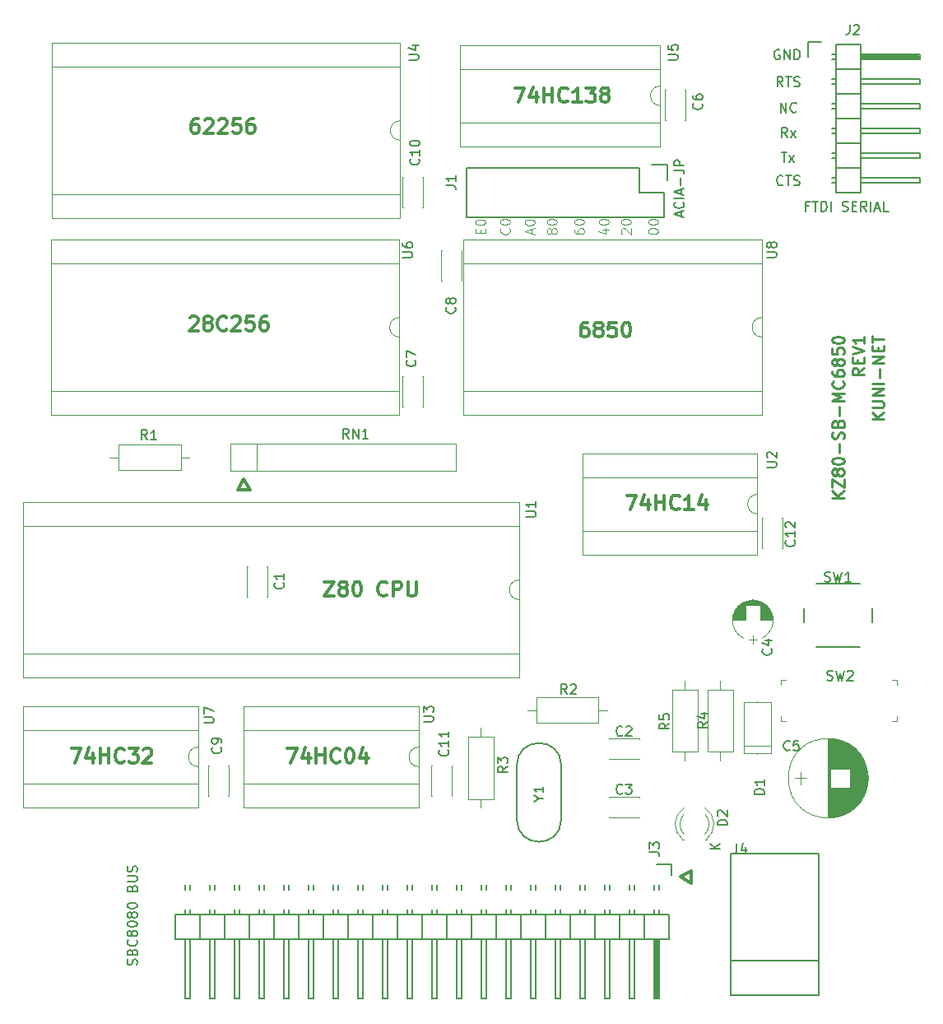
<source format=gto>
G04 #@! TF.GenerationSoftware,KiCad,Pcbnew,(5.0.0-3-g5ebb6b6)*
G04 #@! TF.CreationDate,2018-12-25T22:54:35+09:00*
G04 #@! TF.ProjectId,Z80-GRANT,5A38302D4752414E542E6B696361645F,rev?*
G04 #@! TF.SameCoordinates,Original*
G04 #@! TF.FileFunction,Legend,Top*
G04 #@! TF.FilePolarity,Positive*
%FSLAX46Y46*%
G04 Gerber Fmt 4.6, Leading zero omitted, Abs format (unit mm)*
G04 Created by KiCad (PCBNEW (5.0.0-3-g5ebb6b6)) date 2018 December 25, Tuesday 22:54:35*
%MOMM*%
%LPD*%
G01*
G04 APERTURE LIST*
%ADD10C,0.150000*%
%ADD11C,0.300000*%
%ADD12C,0.100000*%
%ADD13C,0.200000*%
%ADD14C,0.250000*%
%ADD15C,0.120000*%
G04 APERTURE END LIST*
D10*
X108608761Y-140199428D02*
X108656380Y-140056571D01*
X108656380Y-139818476D01*
X108608761Y-139723238D01*
X108561142Y-139675619D01*
X108465904Y-139628000D01*
X108370666Y-139628000D01*
X108275428Y-139675619D01*
X108227809Y-139723238D01*
X108180190Y-139818476D01*
X108132571Y-140008952D01*
X108084952Y-140104190D01*
X108037333Y-140151809D01*
X107942095Y-140199428D01*
X107846857Y-140199428D01*
X107751619Y-140151809D01*
X107704000Y-140104190D01*
X107656380Y-140008952D01*
X107656380Y-139770857D01*
X107704000Y-139628000D01*
X108132571Y-138866095D02*
X108180190Y-138723238D01*
X108227809Y-138675619D01*
X108323047Y-138628000D01*
X108465904Y-138628000D01*
X108561142Y-138675619D01*
X108608761Y-138723238D01*
X108656380Y-138818476D01*
X108656380Y-139199428D01*
X107656380Y-139199428D01*
X107656380Y-138866095D01*
X107704000Y-138770857D01*
X107751619Y-138723238D01*
X107846857Y-138675619D01*
X107942095Y-138675619D01*
X108037333Y-138723238D01*
X108084952Y-138770857D01*
X108132571Y-138866095D01*
X108132571Y-139199428D01*
X108561142Y-137628000D02*
X108608761Y-137675619D01*
X108656380Y-137818476D01*
X108656380Y-137913714D01*
X108608761Y-138056571D01*
X108513523Y-138151809D01*
X108418285Y-138199428D01*
X108227809Y-138247047D01*
X108084952Y-138247047D01*
X107894476Y-138199428D01*
X107799238Y-138151809D01*
X107704000Y-138056571D01*
X107656380Y-137913714D01*
X107656380Y-137818476D01*
X107704000Y-137675619D01*
X107751619Y-137628000D01*
X108084952Y-137056571D02*
X108037333Y-137151809D01*
X107989714Y-137199428D01*
X107894476Y-137247047D01*
X107846857Y-137247047D01*
X107751619Y-137199428D01*
X107704000Y-137151809D01*
X107656380Y-137056571D01*
X107656380Y-136866095D01*
X107704000Y-136770857D01*
X107751619Y-136723238D01*
X107846857Y-136675619D01*
X107894476Y-136675619D01*
X107989714Y-136723238D01*
X108037333Y-136770857D01*
X108084952Y-136866095D01*
X108084952Y-137056571D01*
X108132571Y-137151809D01*
X108180190Y-137199428D01*
X108275428Y-137247047D01*
X108465904Y-137247047D01*
X108561142Y-137199428D01*
X108608761Y-137151809D01*
X108656380Y-137056571D01*
X108656380Y-136866095D01*
X108608761Y-136770857D01*
X108561142Y-136723238D01*
X108465904Y-136675619D01*
X108275428Y-136675619D01*
X108180190Y-136723238D01*
X108132571Y-136770857D01*
X108084952Y-136866095D01*
X107656380Y-136056571D02*
X107656380Y-135961333D01*
X107704000Y-135866095D01*
X107751619Y-135818476D01*
X107846857Y-135770857D01*
X108037333Y-135723238D01*
X108275428Y-135723238D01*
X108465904Y-135770857D01*
X108561142Y-135818476D01*
X108608761Y-135866095D01*
X108656380Y-135961333D01*
X108656380Y-136056571D01*
X108608761Y-136151809D01*
X108561142Y-136199428D01*
X108465904Y-136247047D01*
X108275428Y-136294666D01*
X108037333Y-136294666D01*
X107846857Y-136247047D01*
X107751619Y-136199428D01*
X107704000Y-136151809D01*
X107656380Y-136056571D01*
X108084952Y-135151809D02*
X108037333Y-135247047D01*
X107989714Y-135294666D01*
X107894476Y-135342285D01*
X107846857Y-135342285D01*
X107751619Y-135294666D01*
X107704000Y-135247047D01*
X107656380Y-135151809D01*
X107656380Y-134961333D01*
X107704000Y-134866095D01*
X107751619Y-134818476D01*
X107846857Y-134770857D01*
X107894476Y-134770857D01*
X107989714Y-134818476D01*
X108037333Y-134866095D01*
X108084952Y-134961333D01*
X108084952Y-135151809D01*
X108132571Y-135247047D01*
X108180190Y-135294666D01*
X108275428Y-135342285D01*
X108465904Y-135342285D01*
X108561142Y-135294666D01*
X108608761Y-135247047D01*
X108656380Y-135151809D01*
X108656380Y-134961333D01*
X108608761Y-134866095D01*
X108561142Y-134818476D01*
X108465904Y-134770857D01*
X108275428Y-134770857D01*
X108180190Y-134818476D01*
X108132571Y-134866095D01*
X108084952Y-134961333D01*
X107656380Y-134151809D02*
X107656380Y-134056571D01*
X107704000Y-133961333D01*
X107751619Y-133913714D01*
X107846857Y-133866095D01*
X108037333Y-133818476D01*
X108275428Y-133818476D01*
X108465904Y-133866095D01*
X108561142Y-133913714D01*
X108608761Y-133961333D01*
X108656380Y-134056571D01*
X108656380Y-134151809D01*
X108608761Y-134247047D01*
X108561142Y-134294666D01*
X108465904Y-134342285D01*
X108275428Y-134389904D01*
X108037333Y-134389904D01*
X107846857Y-134342285D01*
X107751619Y-134294666D01*
X107704000Y-134247047D01*
X107656380Y-134151809D01*
X108132571Y-132294666D02*
X108180190Y-132151809D01*
X108227809Y-132104190D01*
X108323047Y-132056571D01*
X108465904Y-132056571D01*
X108561142Y-132104190D01*
X108608761Y-132151809D01*
X108656380Y-132247047D01*
X108656380Y-132628000D01*
X107656380Y-132628000D01*
X107656380Y-132294666D01*
X107704000Y-132199428D01*
X107751619Y-132151809D01*
X107846857Y-132104190D01*
X107942095Y-132104190D01*
X108037333Y-132151809D01*
X108084952Y-132199428D01*
X108132571Y-132294666D01*
X108132571Y-132628000D01*
X107656380Y-131628000D02*
X108465904Y-131628000D01*
X108561142Y-131580380D01*
X108608761Y-131532761D01*
X108656380Y-131437523D01*
X108656380Y-131247047D01*
X108608761Y-131151809D01*
X108561142Y-131104190D01*
X108465904Y-131056571D01*
X107656380Y-131056571D01*
X108608761Y-130628000D02*
X108656380Y-130485142D01*
X108656380Y-130247047D01*
X108608761Y-130151809D01*
X108561142Y-130104190D01*
X108465904Y-130056571D01*
X108370666Y-130056571D01*
X108275428Y-130104190D01*
X108227809Y-130151809D01*
X108180190Y-130247047D01*
X108132571Y-130437523D01*
X108084952Y-130532761D01*
X108037333Y-130580380D01*
X107942095Y-130628000D01*
X107846857Y-130628000D01*
X107751619Y-130580380D01*
X107704000Y-130532761D01*
X107656380Y-130437523D01*
X107656380Y-130199428D01*
X107704000Y-130056571D01*
D11*
X119634000Y-90213714D02*
X120276857Y-91356571D01*
X118991142Y-91356571D01*
X119634000Y-90213714D01*
X164528571Y-131171142D02*
X165671428Y-130528285D01*
X165671428Y-131814000D01*
X164528571Y-131171142D01*
D12*
X143946571Y-64952476D02*
X143946571Y-64619142D01*
X144470380Y-64476285D02*
X144470380Y-64952476D01*
X143470380Y-64952476D01*
X143470380Y-64476285D01*
X143470380Y-63857238D02*
X143470380Y-63762000D01*
X143518000Y-63666761D01*
X143565619Y-63619142D01*
X143660857Y-63571523D01*
X143851333Y-63523904D01*
X144089428Y-63523904D01*
X144279904Y-63571523D01*
X144375142Y-63619142D01*
X144422761Y-63666761D01*
X144470380Y-63762000D01*
X144470380Y-63857238D01*
X144422761Y-63952476D01*
X144375142Y-64000095D01*
X144279904Y-64047714D01*
X144089428Y-64095333D01*
X143851333Y-64095333D01*
X143660857Y-64047714D01*
X143565619Y-64000095D01*
X143518000Y-63952476D01*
X143470380Y-63857238D01*
X146915142Y-64428666D02*
X146962761Y-64476285D01*
X147010380Y-64619142D01*
X147010380Y-64714380D01*
X146962761Y-64857238D01*
X146867523Y-64952476D01*
X146772285Y-65000095D01*
X146581809Y-65047714D01*
X146438952Y-65047714D01*
X146248476Y-65000095D01*
X146153238Y-64952476D01*
X146058000Y-64857238D01*
X146010380Y-64714380D01*
X146010380Y-64619142D01*
X146058000Y-64476285D01*
X146105619Y-64428666D01*
X146010380Y-63809619D02*
X146010380Y-63714380D01*
X146058000Y-63619142D01*
X146105619Y-63571523D01*
X146200857Y-63523904D01*
X146391333Y-63476285D01*
X146629428Y-63476285D01*
X146819904Y-63523904D01*
X146915142Y-63571523D01*
X146962761Y-63619142D01*
X147010380Y-63714380D01*
X147010380Y-63809619D01*
X146962761Y-63904857D01*
X146915142Y-63952476D01*
X146819904Y-64000095D01*
X146629428Y-64047714D01*
X146391333Y-64047714D01*
X146200857Y-64000095D01*
X146105619Y-63952476D01*
X146058000Y-63904857D01*
X146010380Y-63809619D01*
X149264666Y-64976285D02*
X149264666Y-64500095D01*
X149550380Y-65071523D02*
X148550380Y-64738190D01*
X149550380Y-64404857D01*
X148550380Y-63881047D02*
X148550380Y-63785809D01*
X148598000Y-63690571D01*
X148645619Y-63642952D01*
X148740857Y-63595333D01*
X148931333Y-63547714D01*
X149169428Y-63547714D01*
X149359904Y-63595333D01*
X149455142Y-63642952D01*
X149502761Y-63690571D01*
X149550380Y-63785809D01*
X149550380Y-63881047D01*
X149502761Y-63976285D01*
X149455142Y-64023904D01*
X149359904Y-64071523D01*
X149169428Y-64119142D01*
X148931333Y-64119142D01*
X148740857Y-64071523D01*
X148645619Y-64023904D01*
X148598000Y-63976285D01*
X148550380Y-63881047D01*
X151264952Y-64833428D02*
X151217333Y-64928666D01*
X151169714Y-64976285D01*
X151074476Y-65023904D01*
X151026857Y-65023904D01*
X150931619Y-64976285D01*
X150884000Y-64928666D01*
X150836380Y-64833428D01*
X150836380Y-64642952D01*
X150884000Y-64547714D01*
X150931619Y-64500095D01*
X151026857Y-64452476D01*
X151074476Y-64452476D01*
X151169714Y-64500095D01*
X151217333Y-64547714D01*
X151264952Y-64642952D01*
X151264952Y-64833428D01*
X151312571Y-64928666D01*
X151360190Y-64976285D01*
X151455428Y-65023904D01*
X151645904Y-65023904D01*
X151741142Y-64976285D01*
X151788761Y-64928666D01*
X151836380Y-64833428D01*
X151836380Y-64642952D01*
X151788761Y-64547714D01*
X151741142Y-64500095D01*
X151645904Y-64452476D01*
X151455428Y-64452476D01*
X151360190Y-64500095D01*
X151312571Y-64547714D01*
X151264952Y-64642952D01*
X150836380Y-63833428D02*
X150836380Y-63738190D01*
X150884000Y-63642952D01*
X150931619Y-63595333D01*
X151026857Y-63547714D01*
X151217333Y-63500095D01*
X151455428Y-63500095D01*
X151645904Y-63547714D01*
X151741142Y-63595333D01*
X151788761Y-63642952D01*
X151836380Y-63738190D01*
X151836380Y-63833428D01*
X151788761Y-63928666D01*
X151741142Y-63976285D01*
X151645904Y-64023904D01*
X151455428Y-64071523D01*
X151217333Y-64071523D01*
X151026857Y-64023904D01*
X150931619Y-63976285D01*
X150884000Y-63928666D01*
X150836380Y-63833428D01*
X153630380Y-64547714D02*
X153630380Y-64738190D01*
X153678000Y-64833428D01*
X153725619Y-64881047D01*
X153868476Y-64976285D01*
X154058952Y-65023904D01*
X154439904Y-65023904D01*
X154535142Y-64976285D01*
X154582761Y-64928666D01*
X154630380Y-64833428D01*
X154630380Y-64642952D01*
X154582761Y-64547714D01*
X154535142Y-64500095D01*
X154439904Y-64452476D01*
X154201809Y-64452476D01*
X154106571Y-64500095D01*
X154058952Y-64547714D01*
X154011333Y-64642952D01*
X154011333Y-64833428D01*
X154058952Y-64928666D01*
X154106571Y-64976285D01*
X154201809Y-65023904D01*
X153630380Y-63833428D02*
X153630380Y-63738190D01*
X153678000Y-63642952D01*
X153725619Y-63595333D01*
X153820857Y-63547714D01*
X154011333Y-63500095D01*
X154249428Y-63500095D01*
X154439904Y-63547714D01*
X154535142Y-63595333D01*
X154582761Y-63642952D01*
X154630380Y-63738190D01*
X154630380Y-63833428D01*
X154582761Y-63928666D01*
X154535142Y-63976285D01*
X154439904Y-64023904D01*
X154249428Y-64071523D01*
X154011333Y-64071523D01*
X153820857Y-64023904D01*
X153725619Y-63976285D01*
X153678000Y-63928666D01*
X153630380Y-63833428D01*
X156503714Y-64547714D02*
X157170380Y-64547714D01*
X156122761Y-64785809D02*
X156837047Y-65023904D01*
X156837047Y-64404857D01*
X156170380Y-63833428D02*
X156170380Y-63738190D01*
X156218000Y-63642952D01*
X156265619Y-63595333D01*
X156360857Y-63547714D01*
X156551333Y-63500095D01*
X156789428Y-63500095D01*
X156979904Y-63547714D01*
X157075142Y-63595333D01*
X157122761Y-63642952D01*
X157170380Y-63738190D01*
X157170380Y-63833428D01*
X157122761Y-63928666D01*
X157075142Y-63976285D01*
X156979904Y-64023904D01*
X156789428Y-64071523D01*
X156551333Y-64071523D01*
X156360857Y-64023904D01*
X156265619Y-63976285D01*
X156218000Y-63928666D01*
X156170380Y-63833428D01*
X158551619Y-65023904D02*
X158504000Y-64976285D01*
X158456380Y-64881047D01*
X158456380Y-64642952D01*
X158504000Y-64547714D01*
X158551619Y-64500095D01*
X158646857Y-64452476D01*
X158742095Y-64452476D01*
X158884952Y-64500095D01*
X159456380Y-65071523D01*
X159456380Y-64452476D01*
X158456380Y-63833428D02*
X158456380Y-63738190D01*
X158504000Y-63642952D01*
X158551619Y-63595333D01*
X158646857Y-63547714D01*
X158837333Y-63500095D01*
X159075428Y-63500095D01*
X159265904Y-63547714D01*
X159361142Y-63595333D01*
X159408761Y-63642952D01*
X159456380Y-63738190D01*
X159456380Y-63833428D01*
X159408761Y-63928666D01*
X159361142Y-63976285D01*
X159265904Y-64023904D01*
X159075428Y-64071523D01*
X158837333Y-64071523D01*
X158646857Y-64023904D01*
X158551619Y-63976285D01*
X158504000Y-63928666D01*
X158456380Y-63833428D01*
X161250380Y-64785809D02*
X161250380Y-64690571D01*
X161298000Y-64595333D01*
X161345619Y-64547714D01*
X161440857Y-64500095D01*
X161631333Y-64452476D01*
X161869428Y-64452476D01*
X162059904Y-64500095D01*
X162155142Y-64547714D01*
X162202761Y-64595333D01*
X162250380Y-64690571D01*
X162250380Y-64785809D01*
X162202761Y-64881047D01*
X162155142Y-64928666D01*
X162059904Y-64976285D01*
X161869428Y-65023904D01*
X161631333Y-65023904D01*
X161440857Y-64976285D01*
X161345619Y-64928666D01*
X161298000Y-64881047D01*
X161250380Y-64785809D01*
X161250380Y-63833428D02*
X161250380Y-63738190D01*
X161298000Y-63642952D01*
X161345619Y-63595333D01*
X161440857Y-63547714D01*
X161631333Y-63500095D01*
X161869428Y-63500095D01*
X162059904Y-63547714D01*
X162155142Y-63595333D01*
X162202761Y-63642952D01*
X162250380Y-63738190D01*
X162250380Y-63833428D01*
X162202761Y-63928666D01*
X162155142Y-63976285D01*
X162059904Y-64023904D01*
X161869428Y-64071523D01*
X161631333Y-64071523D01*
X161440857Y-64023904D01*
X161345619Y-63976285D01*
X161298000Y-63928666D01*
X161250380Y-63833428D01*
D10*
X177752857Y-62158571D02*
X177419523Y-62158571D01*
X177419523Y-62682380D02*
X177419523Y-61682380D01*
X177895714Y-61682380D01*
X178133809Y-61682380D02*
X178705238Y-61682380D01*
X178419523Y-62682380D02*
X178419523Y-61682380D01*
X179038571Y-62682380D02*
X179038571Y-61682380D01*
X179276666Y-61682380D01*
X179419523Y-61730000D01*
X179514761Y-61825238D01*
X179562380Y-61920476D01*
X179610000Y-62110952D01*
X179610000Y-62253809D01*
X179562380Y-62444285D01*
X179514761Y-62539523D01*
X179419523Y-62634761D01*
X179276666Y-62682380D01*
X179038571Y-62682380D01*
X180038571Y-62682380D02*
X180038571Y-61682380D01*
X181229047Y-62634761D02*
X181371904Y-62682380D01*
X181610000Y-62682380D01*
X181705238Y-62634761D01*
X181752857Y-62587142D01*
X181800476Y-62491904D01*
X181800476Y-62396666D01*
X181752857Y-62301428D01*
X181705238Y-62253809D01*
X181610000Y-62206190D01*
X181419523Y-62158571D01*
X181324285Y-62110952D01*
X181276666Y-62063333D01*
X181229047Y-61968095D01*
X181229047Y-61872857D01*
X181276666Y-61777619D01*
X181324285Y-61730000D01*
X181419523Y-61682380D01*
X181657619Y-61682380D01*
X181800476Y-61730000D01*
X182229047Y-62158571D02*
X182562380Y-62158571D01*
X182705238Y-62682380D02*
X182229047Y-62682380D01*
X182229047Y-61682380D01*
X182705238Y-61682380D01*
X183705238Y-62682380D02*
X183371904Y-62206190D01*
X183133809Y-62682380D02*
X183133809Y-61682380D01*
X183514761Y-61682380D01*
X183610000Y-61730000D01*
X183657619Y-61777619D01*
X183705238Y-61872857D01*
X183705238Y-62015714D01*
X183657619Y-62110952D01*
X183610000Y-62158571D01*
X183514761Y-62206190D01*
X183133809Y-62206190D01*
X184133809Y-62682380D02*
X184133809Y-61682380D01*
X184562380Y-62396666D02*
X185038571Y-62396666D01*
X184467142Y-62682380D02*
X184800476Y-61682380D01*
X185133809Y-62682380D01*
X185943333Y-62682380D02*
X185467142Y-62682380D01*
X185467142Y-61682380D01*
X175093380Y-59920142D02*
X175045761Y-59967761D01*
X174902904Y-60015380D01*
X174807666Y-60015380D01*
X174664809Y-59967761D01*
X174569571Y-59872523D01*
X174521952Y-59777285D01*
X174474333Y-59586809D01*
X174474333Y-59443952D01*
X174521952Y-59253476D01*
X174569571Y-59158238D01*
X174664809Y-59063000D01*
X174807666Y-59015380D01*
X174902904Y-59015380D01*
X175045761Y-59063000D01*
X175093380Y-59110619D01*
X175379095Y-59015380D02*
X175950523Y-59015380D01*
X175664809Y-60015380D02*
X175664809Y-59015380D01*
X176236238Y-59967761D02*
X176379095Y-60015380D01*
X176617190Y-60015380D01*
X176712428Y-59967761D01*
X176760047Y-59920142D01*
X176807666Y-59824904D01*
X176807666Y-59729666D01*
X176760047Y-59634428D01*
X176712428Y-59586809D01*
X176617190Y-59539190D01*
X176426714Y-59491571D01*
X176331476Y-59443952D01*
X176283857Y-59396333D01*
X176236238Y-59301095D01*
X176236238Y-59205857D01*
X176283857Y-59110619D01*
X176331476Y-59063000D01*
X176426714Y-59015380D01*
X176664809Y-59015380D01*
X176807666Y-59063000D01*
X174950523Y-56602380D02*
X175521952Y-56602380D01*
X175236238Y-57602380D02*
X175236238Y-56602380D01*
X175760047Y-57602380D02*
X176283857Y-56935714D01*
X175760047Y-56935714D02*
X176283857Y-57602380D01*
X175545761Y-55062380D02*
X175212428Y-54586190D01*
X174974333Y-55062380D02*
X174974333Y-54062380D01*
X175355285Y-54062380D01*
X175450523Y-54110000D01*
X175498142Y-54157619D01*
X175545761Y-54252857D01*
X175545761Y-54395714D01*
X175498142Y-54490952D01*
X175450523Y-54538571D01*
X175355285Y-54586190D01*
X174974333Y-54586190D01*
X175879095Y-55062380D02*
X176402904Y-54395714D01*
X175879095Y-54395714D02*
X176402904Y-55062380D01*
X174855285Y-52522380D02*
X174855285Y-51522380D01*
X175426714Y-52522380D01*
X175426714Y-51522380D01*
X176474333Y-52427142D02*
X176426714Y-52474761D01*
X176283857Y-52522380D01*
X176188619Y-52522380D01*
X176045761Y-52474761D01*
X175950523Y-52379523D01*
X175902904Y-52284285D01*
X175855285Y-52093809D01*
X175855285Y-51950952D01*
X175902904Y-51760476D01*
X175950523Y-51665238D01*
X176045761Y-51570000D01*
X176188619Y-51522380D01*
X176283857Y-51522380D01*
X176426714Y-51570000D01*
X176474333Y-51617619D01*
X175093380Y-49855380D02*
X174760047Y-49379190D01*
X174521952Y-49855380D02*
X174521952Y-48855380D01*
X174902904Y-48855380D01*
X174998142Y-48903000D01*
X175045761Y-48950619D01*
X175093380Y-49045857D01*
X175093380Y-49188714D01*
X175045761Y-49283952D01*
X174998142Y-49331571D01*
X174902904Y-49379190D01*
X174521952Y-49379190D01*
X175379095Y-48855380D02*
X175950523Y-48855380D01*
X175664809Y-49855380D02*
X175664809Y-48855380D01*
X176236238Y-49807761D02*
X176379095Y-49855380D01*
X176617190Y-49855380D01*
X176712428Y-49807761D01*
X176760047Y-49760142D01*
X176807666Y-49664904D01*
X176807666Y-49569666D01*
X176760047Y-49474428D01*
X176712428Y-49426809D01*
X176617190Y-49379190D01*
X176426714Y-49331571D01*
X176331476Y-49283952D01*
X176283857Y-49236333D01*
X176236238Y-49141095D01*
X176236238Y-49045857D01*
X176283857Y-48950619D01*
X176331476Y-48903000D01*
X176426714Y-48855380D01*
X176664809Y-48855380D01*
X176807666Y-48903000D01*
X174752095Y-46109000D02*
X174656857Y-46061380D01*
X174514000Y-46061380D01*
X174371142Y-46109000D01*
X174275904Y-46204238D01*
X174228285Y-46299476D01*
X174180666Y-46489952D01*
X174180666Y-46632809D01*
X174228285Y-46823285D01*
X174275904Y-46918523D01*
X174371142Y-47013761D01*
X174514000Y-47061380D01*
X174609238Y-47061380D01*
X174752095Y-47013761D01*
X174799714Y-46966142D01*
X174799714Y-46632809D01*
X174609238Y-46632809D01*
X175228285Y-47061380D02*
X175228285Y-46061380D01*
X175799714Y-47061380D01*
X175799714Y-46061380D01*
X176275904Y-47061380D02*
X176275904Y-46061380D01*
X176514000Y-46061380D01*
X176656857Y-46109000D01*
X176752095Y-46204238D01*
X176799714Y-46299476D01*
X176847333Y-46489952D01*
X176847333Y-46632809D01*
X176799714Y-46823285D01*
X176752095Y-46918523D01*
X176656857Y-47013761D01*
X176514000Y-47061380D01*
X176275904Y-47061380D01*
D13*
X168600380Y-128277904D02*
X167600380Y-128277904D01*
X168600380Y-127706476D02*
X168028952Y-128135047D01*
X167600380Y-127706476D02*
X168171809Y-128277904D01*
D11*
X114903571Y-53153571D02*
X114617857Y-53153571D01*
X114475000Y-53225000D01*
X114403571Y-53296428D01*
X114260714Y-53510714D01*
X114189285Y-53796428D01*
X114189285Y-54367857D01*
X114260714Y-54510714D01*
X114332142Y-54582142D01*
X114475000Y-54653571D01*
X114760714Y-54653571D01*
X114903571Y-54582142D01*
X114975000Y-54510714D01*
X115046428Y-54367857D01*
X115046428Y-54010714D01*
X114975000Y-53867857D01*
X114903571Y-53796428D01*
X114760714Y-53725000D01*
X114475000Y-53725000D01*
X114332142Y-53796428D01*
X114260714Y-53867857D01*
X114189285Y-54010714D01*
X115617857Y-53296428D02*
X115689285Y-53225000D01*
X115832142Y-53153571D01*
X116189285Y-53153571D01*
X116332142Y-53225000D01*
X116403571Y-53296428D01*
X116475000Y-53439285D01*
X116475000Y-53582142D01*
X116403571Y-53796428D01*
X115546428Y-54653571D01*
X116475000Y-54653571D01*
X117046428Y-53296428D02*
X117117857Y-53225000D01*
X117260714Y-53153571D01*
X117617857Y-53153571D01*
X117760714Y-53225000D01*
X117832142Y-53296428D01*
X117903571Y-53439285D01*
X117903571Y-53582142D01*
X117832142Y-53796428D01*
X116975000Y-54653571D01*
X117903571Y-54653571D01*
X119260714Y-53153571D02*
X118546428Y-53153571D01*
X118475000Y-53867857D01*
X118546428Y-53796428D01*
X118689285Y-53725000D01*
X119046428Y-53725000D01*
X119189285Y-53796428D01*
X119260714Y-53867857D01*
X119332142Y-54010714D01*
X119332142Y-54367857D01*
X119260714Y-54510714D01*
X119189285Y-54582142D01*
X119046428Y-54653571D01*
X118689285Y-54653571D01*
X118546428Y-54582142D01*
X118475000Y-54510714D01*
X120617857Y-53153571D02*
X120332142Y-53153571D01*
X120189285Y-53225000D01*
X120117857Y-53296428D01*
X119975000Y-53510714D01*
X119903571Y-53796428D01*
X119903571Y-54367857D01*
X119975000Y-54510714D01*
X120046428Y-54582142D01*
X120189285Y-54653571D01*
X120475000Y-54653571D01*
X120617857Y-54582142D01*
X120689285Y-54510714D01*
X120760714Y-54367857D01*
X120760714Y-54010714D01*
X120689285Y-53867857D01*
X120617857Y-53796428D01*
X120475000Y-53725000D01*
X120189285Y-53725000D01*
X120046428Y-53796428D01*
X119975000Y-53867857D01*
X119903571Y-54010714D01*
X147507142Y-49978571D02*
X148507142Y-49978571D01*
X147864285Y-51478571D01*
X149721428Y-50478571D02*
X149721428Y-51478571D01*
X149364285Y-49907142D02*
X149007142Y-50978571D01*
X149935714Y-50978571D01*
X150507142Y-51478571D02*
X150507142Y-49978571D01*
X150507142Y-50692857D02*
X151364285Y-50692857D01*
X151364285Y-51478571D02*
X151364285Y-49978571D01*
X152935714Y-51335714D02*
X152864285Y-51407142D01*
X152650000Y-51478571D01*
X152507142Y-51478571D01*
X152292857Y-51407142D01*
X152150000Y-51264285D01*
X152078571Y-51121428D01*
X152007142Y-50835714D01*
X152007142Y-50621428D01*
X152078571Y-50335714D01*
X152150000Y-50192857D01*
X152292857Y-50050000D01*
X152507142Y-49978571D01*
X152650000Y-49978571D01*
X152864285Y-50050000D01*
X152935714Y-50121428D01*
X154364285Y-51478571D02*
X153507142Y-51478571D01*
X153935714Y-51478571D02*
X153935714Y-49978571D01*
X153792857Y-50192857D01*
X153650000Y-50335714D01*
X153507142Y-50407142D01*
X154864285Y-49978571D02*
X155792857Y-49978571D01*
X155292857Y-50550000D01*
X155507142Y-50550000D01*
X155650000Y-50621428D01*
X155721428Y-50692857D01*
X155792857Y-50835714D01*
X155792857Y-51192857D01*
X155721428Y-51335714D01*
X155650000Y-51407142D01*
X155507142Y-51478571D01*
X155078571Y-51478571D01*
X154935714Y-51407142D01*
X154864285Y-51335714D01*
X156650000Y-50621428D02*
X156507142Y-50550000D01*
X156435714Y-50478571D01*
X156364285Y-50335714D01*
X156364285Y-50264285D01*
X156435714Y-50121428D01*
X156507142Y-50050000D01*
X156650000Y-49978571D01*
X156935714Y-49978571D01*
X157078571Y-50050000D01*
X157150000Y-50121428D01*
X157221428Y-50264285D01*
X157221428Y-50335714D01*
X157150000Y-50478571D01*
X157078571Y-50550000D01*
X156935714Y-50621428D01*
X156650000Y-50621428D01*
X156507142Y-50692857D01*
X156435714Y-50764285D01*
X156364285Y-50907142D01*
X156364285Y-51192857D01*
X156435714Y-51335714D01*
X156507142Y-51407142D01*
X156650000Y-51478571D01*
X156935714Y-51478571D01*
X157078571Y-51407142D01*
X157150000Y-51335714D01*
X157221428Y-51192857D01*
X157221428Y-50907142D01*
X157150000Y-50764285D01*
X157078571Y-50692857D01*
X156935714Y-50621428D01*
D10*
X164631666Y-63229761D02*
X164631666Y-62753571D01*
X164917380Y-63325000D02*
X163917380Y-62991666D01*
X164917380Y-62658333D01*
X164822142Y-61753571D02*
X164869761Y-61801190D01*
X164917380Y-61944047D01*
X164917380Y-62039285D01*
X164869761Y-62182142D01*
X164774523Y-62277380D01*
X164679285Y-62325000D01*
X164488809Y-62372619D01*
X164345952Y-62372619D01*
X164155476Y-62325000D01*
X164060238Y-62277380D01*
X163965000Y-62182142D01*
X163917380Y-62039285D01*
X163917380Y-61944047D01*
X163965000Y-61801190D01*
X164012619Y-61753571D01*
X164917380Y-61325000D02*
X163917380Y-61325000D01*
X164631666Y-60896428D02*
X164631666Y-60420238D01*
X164917380Y-60991666D02*
X163917380Y-60658333D01*
X164917380Y-60325000D01*
X164536428Y-59991666D02*
X164536428Y-59229761D01*
X163917380Y-58467857D02*
X164631666Y-58467857D01*
X164774523Y-58515476D01*
X164869761Y-58610714D01*
X164917380Y-58753571D01*
X164917380Y-58848809D01*
X164917380Y-57991666D02*
X163917380Y-57991666D01*
X163917380Y-57610714D01*
X163965000Y-57515476D01*
X164012619Y-57467857D01*
X164107857Y-57420238D01*
X164250714Y-57420238D01*
X164345952Y-57467857D01*
X164393571Y-57515476D01*
X164441190Y-57610714D01*
X164441190Y-57991666D01*
D11*
X124091428Y-117923571D02*
X125091428Y-117923571D01*
X124448571Y-119423571D01*
X126305714Y-118423571D02*
X126305714Y-119423571D01*
X125948571Y-117852142D02*
X125591428Y-118923571D01*
X126520000Y-118923571D01*
X127091428Y-119423571D02*
X127091428Y-117923571D01*
X127091428Y-118637857D02*
X127948571Y-118637857D01*
X127948571Y-119423571D02*
X127948571Y-117923571D01*
X129520000Y-119280714D02*
X129448571Y-119352142D01*
X129234285Y-119423571D01*
X129091428Y-119423571D01*
X128877142Y-119352142D01*
X128734285Y-119209285D01*
X128662857Y-119066428D01*
X128591428Y-118780714D01*
X128591428Y-118566428D01*
X128662857Y-118280714D01*
X128734285Y-118137857D01*
X128877142Y-117995000D01*
X129091428Y-117923571D01*
X129234285Y-117923571D01*
X129448571Y-117995000D01*
X129520000Y-118066428D01*
X130448571Y-117923571D02*
X130591428Y-117923571D01*
X130734285Y-117995000D01*
X130805714Y-118066428D01*
X130877142Y-118209285D01*
X130948571Y-118495000D01*
X130948571Y-118852142D01*
X130877142Y-119137857D01*
X130805714Y-119280714D01*
X130734285Y-119352142D01*
X130591428Y-119423571D01*
X130448571Y-119423571D01*
X130305714Y-119352142D01*
X130234285Y-119280714D01*
X130162857Y-119137857D01*
X130091428Y-118852142D01*
X130091428Y-118495000D01*
X130162857Y-118209285D01*
X130234285Y-118066428D01*
X130305714Y-117995000D01*
X130448571Y-117923571D01*
X132234285Y-118423571D02*
X132234285Y-119423571D01*
X131877142Y-117852142D02*
X131520000Y-118923571D01*
X132448571Y-118923571D01*
X101866428Y-117923571D02*
X102866428Y-117923571D01*
X102223571Y-119423571D01*
X104080714Y-118423571D02*
X104080714Y-119423571D01*
X103723571Y-117852142D02*
X103366428Y-118923571D01*
X104295000Y-118923571D01*
X104866428Y-119423571D02*
X104866428Y-117923571D01*
X104866428Y-118637857D02*
X105723571Y-118637857D01*
X105723571Y-119423571D02*
X105723571Y-117923571D01*
X107295000Y-119280714D02*
X107223571Y-119352142D01*
X107009285Y-119423571D01*
X106866428Y-119423571D01*
X106652142Y-119352142D01*
X106509285Y-119209285D01*
X106437857Y-119066428D01*
X106366428Y-118780714D01*
X106366428Y-118566428D01*
X106437857Y-118280714D01*
X106509285Y-118137857D01*
X106652142Y-117995000D01*
X106866428Y-117923571D01*
X107009285Y-117923571D01*
X107223571Y-117995000D01*
X107295000Y-118066428D01*
X107795000Y-117923571D02*
X108723571Y-117923571D01*
X108223571Y-118495000D01*
X108437857Y-118495000D01*
X108580714Y-118566428D01*
X108652142Y-118637857D01*
X108723571Y-118780714D01*
X108723571Y-119137857D01*
X108652142Y-119280714D01*
X108580714Y-119352142D01*
X108437857Y-119423571D01*
X108009285Y-119423571D01*
X107866428Y-119352142D01*
X107795000Y-119280714D01*
X109295000Y-118066428D02*
X109366428Y-117995000D01*
X109509285Y-117923571D01*
X109866428Y-117923571D01*
X110009285Y-117995000D01*
X110080714Y-118066428D01*
X110152142Y-118209285D01*
X110152142Y-118352142D01*
X110080714Y-118566428D01*
X109223571Y-119423571D01*
X110152142Y-119423571D01*
X159016428Y-91888571D02*
X160016428Y-91888571D01*
X159373571Y-93388571D01*
X161230714Y-92388571D02*
X161230714Y-93388571D01*
X160873571Y-91817142D02*
X160516428Y-92888571D01*
X161445000Y-92888571D01*
X162016428Y-93388571D02*
X162016428Y-91888571D01*
X162016428Y-92602857D02*
X162873571Y-92602857D01*
X162873571Y-93388571D02*
X162873571Y-91888571D01*
X164445000Y-93245714D02*
X164373571Y-93317142D01*
X164159285Y-93388571D01*
X164016428Y-93388571D01*
X163802142Y-93317142D01*
X163659285Y-93174285D01*
X163587857Y-93031428D01*
X163516428Y-92745714D01*
X163516428Y-92531428D01*
X163587857Y-92245714D01*
X163659285Y-92102857D01*
X163802142Y-91960000D01*
X164016428Y-91888571D01*
X164159285Y-91888571D01*
X164373571Y-91960000D01*
X164445000Y-92031428D01*
X165873571Y-93388571D02*
X165016428Y-93388571D01*
X165445000Y-93388571D02*
X165445000Y-91888571D01*
X165302142Y-92102857D01*
X165159285Y-92245714D01*
X165016428Y-92317142D01*
X167159285Y-92388571D02*
X167159285Y-93388571D01*
X166802142Y-91817142D02*
X166445000Y-92888571D01*
X167373571Y-92888571D01*
X127929285Y-100778571D02*
X128929285Y-100778571D01*
X127929285Y-102278571D01*
X128929285Y-102278571D01*
X129715000Y-101421428D02*
X129572142Y-101350000D01*
X129500714Y-101278571D01*
X129429285Y-101135714D01*
X129429285Y-101064285D01*
X129500714Y-100921428D01*
X129572142Y-100850000D01*
X129715000Y-100778571D01*
X130000714Y-100778571D01*
X130143571Y-100850000D01*
X130215000Y-100921428D01*
X130286428Y-101064285D01*
X130286428Y-101135714D01*
X130215000Y-101278571D01*
X130143571Y-101350000D01*
X130000714Y-101421428D01*
X129715000Y-101421428D01*
X129572142Y-101492857D01*
X129500714Y-101564285D01*
X129429285Y-101707142D01*
X129429285Y-101992857D01*
X129500714Y-102135714D01*
X129572142Y-102207142D01*
X129715000Y-102278571D01*
X130000714Y-102278571D01*
X130143571Y-102207142D01*
X130215000Y-102135714D01*
X130286428Y-101992857D01*
X130286428Y-101707142D01*
X130215000Y-101564285D01*
X130143571Y-101492857D01*
X130000714Y-101421428D01*
X131215000Y-100778571D02*
X131357857Y-100778571D01*
X131500714Y-100850000D01*
X131572142Y-100921428D01*
X131643571Y-101064285D01*
X131715000Y-101350000D01*
X131715000Y-101707142D01*
X131643571Y-101992857D01*
X131572142Y-102135714D01*
X131500714Y-102207142D01*
X131357857Y-102278571D01*
X131215000Y-102278571D01*
X131072142Y-102207142D01*
X131000714Y-102135714D01*
X130929285Y-101992857D01*
X130857857Y-101707142D01*
X130857857Y-101350000D01*
X130929285Y-101064285D01*
X131000714Y-100921428D01*
X131072142Y-100850000D01*
X131215000Y-100778571D01*
X134357857Y-102135714D02*
X134286428Y-102207142D01*
X134072142Y-102278571D01*
X133929285Y-102278571D01*
X133715000Y-102207142D01*
X133572142Y-102064285D01*
X133500714Y-101921428D01*
X133429285Y-101635714D01*
X133429285Y-101421428D01*
X133500714Y-101135714D01*
X133572142Y-100992857D01*
X133715000Y-100850000D01*
X133929285Y-100778571D01*
X134072142Y-100778571D01*
X134286428Y-100850000D01*
X134357857Y-100921428D01*
X135000714Y-102278571D02*
X135000714Y-100778571D01*
X135572142Y-100778571D01*
X135715000Y-100850000D01*
X135786428Y-100921428D01*
X135857857Y-101064285D01*
X135857857Y-101278571D01*
X135786428Y-101421428D01*
X135715000Y-101492857D01*
X135572142Y-101564285D01*
X135000714Y-101564285D01*
X136500714Y-100778571D02*
X136500714Y-101992857D01*
X136572142Y-102135714D01*
X136643571Y-102207142D01*
X136786428Y-102278571D01*
X137072142Y-102278571D01*
X137215000Y-102207142D01*
X137286428Y-102135714D01*
X137357857Y-101992857D01*
X137357857Y-100778571D01*
X114074285Y-73616428D02*
X114145714Y-73545000D01*
X114288571Y-73473571D01*
X114645714Y-73473571D01*
X114788571Y-73545000D01*
X114860000Y-73616428D01*
X114931428Y-73759285D01*
X114931428Y-73902142D01*
X114860000Y-74116428D01*
X114002857Y-74973571D01*
X114931428Y-74973571D01*
X115788571Y-74116428D02*
X115645714Y-74045000D01*
X115574285Y-73973571D01*
X115502857Y-73830714D01*
X115502857Y-73759285D01*
X115574285Y-73616428D01*
X115645714Y-73545000D01*
X115788571Y-73473571D01*
X116074285Y-73473571D01*
X116217142Y-73545000D01*
X116288571Y-73616428D01*
X116360000Y-73759285D01*
X116360000Y-73830714D01*
X116288571Y-73973571D01*
X116217142Y-74045000D01*
X116074285Y-74116428D01*
X115788571Y-74116428D01*
X115645714Y-74187857D01*
X115574285Y-74259285D01*
X115502857Y-74402142D01*
X115502857Y-74687857D01*
X115574285Y-74830714D01*
X115645714Y-74902142D01*
X115788571Y-74973571D01*
X116074285Y-74973571D01*
X116217142Y-74902142D01*
X116288571Y-74830714D01*
X116360000Y-74687857D01*
X116360000Y-74402142D01*
X116288571Y-74259285D01*
X116217142Y-74187857D01*
X116074285Y-74116428D01*
X117860000Y-74830714D02*
X117788571Y-74902142D01*
X117574285Y-74973571D01*
X117431428Y-74973571D01*
X117217142Y-74902142D01*
X117074285Y-74759285D01*
X117002857Y-74616428D01*
X116931428Y-74330714D01*
X116931428Y-74116428D01*
X117002857Y-73830714D01*
X117074285Y-73687857D01*
X117217142Y-73545000D01*
X117431428Y-73473571D01*
X117574285Y-73473571D01*
X117788571Y-73545000D01*
X117860000Y-73616428D01*
X118431428Y-73616428D02*
X118502857Y-73545000D01*
X118645714Y-73473571D01*
X119002857Y-73473571D01*
X119145714Y-73545000D01*
X119217142Y-73616428D01*
X119288571Y-73759285D01*
X119288571Y-73902142D01*
X119217142Y-74116428D01*
X118360000Y-74973571D01*
X119288571Y-74973571D01*
X120645714Y-73473571D02*
X119931428Y-73473571D01*
X119860000Y-74187857D01*
X119931428Y-74116428D01*
X120074285Y-74045000D01*
X120431428Y-74045000D01*
X120574285Y-74116428D01*
X120645714Y-74187857D01*
X120717142Y-74330714D01*
X120717142Y-74687857D01*
X120645714Y-74830714D01*
X120574285Y-74902142D01*
X120431428Y-74973571D01*
X120074285Y-74973571D01*
X119931428Y-74902142D01*
X119860000Y-74830714D01*
X122002857Y-73473571D02*
X121717142Y-73473571D01*
X121574285Y-73545000D01*
X121502857Y-73616428D01*
X121360000Y-73830714D01*
X121288571Y-74116428D01*
X121288571Y-74687857D01*
X121360000Y-74830714D01*
X121431428Y-74902142D01*
X121574285Y-74973571D01*
X121860000Y-74973571D01*
X122002857Y-74902142D01*
X122074285Y-74830714D01*
X122145714Y-74687857D01*
X122145714Y-74330714D01*
X122074285Y-74187857D01*
X122002857Y-74116428D01*
X121860000Y-74045000D01*
X121574285Y-74045000D01*
X121431428Y-74116428D01*
X121360000Y-74187857D01*
X121288571Y-74330714D01*
X154987857Y-74108571D02*
X154702142Y-74108571D01*
X154559285Y-74180000D01*
X154487857Y-74251428D01*
X154345000Y-74465714D01*
X154273571Y-74751428D01*
X154273571Y-75322857D01*
X154345000Y-75465714D01*
X154416428Y-75537142D01*
X154559285Y-75608571D01*
X154845000Y-75608571D01*
X154987857Y-75537142D01*
X155059285Y-75465714D01*
X155130714Y-75322857D01*
X155130714Y-74965714D01*
X155059285Y-74822857D01*
X154987857Y-74751428D01*
X154845000Y-74680000D01*
X154559285Y-74680000D01*
X154416428Y-74751428D01*
X154345000Y-74822857D01*
X154273571Y-74965714D01*
X155987857Y-74751428D02*
X155845000Y-74680000D01*
X155773571Y-74608571D01*
X155702142Y-74465714D01*
X155702142Y-74394285D01*
X155773571Y-74251428D01*
X155845000Y-74180000D01*
X155987857Y-74108571D01*
X156273571Y-74108571D01*
X156416428Y-74180000D01*
X156487857Y-74251428D01*
X156559285Y-74394285D01*
X156559285Y-74465714D01*
X156487857Y-74608571D01*
X156416428Y-74680000D01*
X156273571Y-74751428D01*
X155987857Y-74751428D01*
X155845000Y-74822857D01*
X155773571Y-74894285D01*
X155702142Y-75037142D01*
X155702142Y-75322857D01*
X155773571Y-75465714D01*
X155845000Y-75537142D01*
X155987857Y-75608571D01*
X156273571Y-75608571D01*
X156416428Y-75537142D01*
X156487857Y-75465714D01*
X156559285Y-75322857D01*
X156559285Y-75037142D01*
X156487857Y-74894285D01*
X156416428Y-74822857D01*
X156273571Y-74751428D01*
X157916428Y-74108571D02*
X157202142Y-74108571D01*
X157130714Y-74822857D01*
X157202142Y-74751428D01*
X157345000Y-74680000D01*
X157702142Y-74680000D01*
X157845000Y-74751428D01*
X157916428Y-74822857D01*
X157987857Y-74965714D01*
X157987857Y-75322857D01*
X157916428Y-75465714D01*
X157845000Y-75537142D01*
X157702142Y-75608571D01*
X157345000Y-75608571D01*
X157202142Y-75537142D01*
X157130714Y-75465714D01*
X158916428Y-74108571D02*
X159059285Y-74108571D01*
X159202142Y-74180000D01*
X159273571Y-74251428D01*
X159345000Y-74394285D01*
X159416428Y-74680000D01*
X159416428Y-75037142D01*
X159345000Y-75322857D01*
X159273571Y-75465714D01*
X159202142Y-75537142D01*
X159059285Y-75608571D01*
X158916428Y-75608571D01*
X158773571Y-75537142D01*
X158702142Y-75465714D01*
X158630714Y-75322857D01*
X158559285Y-75037142D01*
X158559285Y-74680000D01*
X158630714Y-74394285D01*
X158702142Y-74251428D01*
X158773571Y-74180000D01*
X158916428Y-74108571D01*
D14*
X181372857Y-92146499D02*
X180172857Y-92146499D01*
X181372857Y-91460785D02*
X180687142Y-91975071D01*
X180172857Y-91460785D02*
X180858571Y-92146499D01*
X180172857Y-91060785D02*
X180172857Y-90260785D01*
X181372857Y-91060785D01*
X181372857Y-90260785D01*
X180687142Y-89632214D02*
X180630000Y-89746499D01*
X180572857Y-89803642D01*
X180458571Y-89860785D01*
X180401428Y-89860785D01*
X180287142Y-89803642D01*
X180230000Y-89746499D01*
X180172857Y-89632214D01*
X180172857Y-89403642D01*
X180230000Y-89289357D01*
X180287142Y-89232214D01*
X180401428Y-89175071D01*
X180458571Y-89175071D01*
X180572857Y-89232214D01*
X180630000Y-89289357D01*
X180687142Y-89403642D01*
X180687142Y-89632214D01*
X180744285Y-89746499D01*
X180801428Y-89803642D01*
X180915714Y-89860785D01*
X181144285Y-89860785D01*
X181258571Y-89803642D01*
X181315714Y-89746499D01*
X181372857Y-89632214D01*
X181372857Y-89403642D01*
X181315714Y-89289357D01*
X181258571Y-89232214D01*
X181144285Y-89175071D01*
X180915714Y-89175071D01*
X180801428Y-89232214D01*
X180744285Y-89289357D01*
X180687142Y-89403642D01*
X180172857Y-88432214D02*
X180172857Y-88317928D01*
X180230000Y-88203642D01*
X180287142Y-88146499D01*
X180401428Y-88089357D01*
X180630000Y-88032214D01*
X180915714Y-88032214D01*
X181144285Y-88089357D01*
X181258571Y-88146499D01*
X181315714Y-88203642D01*
X181372857Y-88317928D01*
X181372857Y-88432214D01*
X181315714Y-88546499D01*
X181258571Y-88603642D01*
X181144285Y-88660785D01*
X180915714Y-88717928D01*
X180630000Y-88717928D01*
X180401428Y-88660785D01*
X180287142Y-88603642D01*
X180230000Y-88546499D01*
X180172857Y-88432214D01*
X180915714Y-87517928D02*
X180915714Y-86603642D01*
X181315714Y-86089357D02*
X181372857Y-85917928D01*
X181372857Y-85632214D01*
X181315714Y-85517928D01*
X181258571Y-85460785D01*
X181144285Y-85403642D01*
X181030000Y-85403642D01*
X180915714Y-85460785D01*
X180858571Y-85517928D01*
X180801428Y-85632214D01*
X180744285Y-85860785D01*
X180687142Y-85975071D01*
X180630000Y-86032214D01*
X180515714Y-86089357D01*
X180401428Y-86089357D01*
X180287142Y-86032214D01*
X180230000Y-85975071D01*
X180172857Y-85860785D01*
X180172857Y-85575071D01*
X180230000Y-85403642D01*
X180744285Y-84489357D02*
X180801428Y-84317928D01*
X180858571Y-84260785D01*
X180972857Y-84203642D01*
X181144285Y-84203642D01*
X181258571Y-84260785D01*
X181315714Y-84317928D01*
X181372857Y-84432214D01*
X181372857Y-84889357D01*
X180172857Y-84889357D01*
X180172857Y-84489357D01*
X180230000Y-84375071D01*
X180287142Y-84317928D01*
X180401428Y-84260785D01*
X180515714Y-84260785D01*
X180630000Y-84317928D01*
X180687142Y-84375071D01*
X180744285Y-84489357D01*
X180744285Y-84889357D01*
X180915714Y-83689357D02*
X180915714Y-82775071D01*
X181372857Y-82203642D02*
X180172857Y-82203642D01*
X181030000Y-81803642D01*
X180172857Y-81403642D01*
X181372857Y-81403642D01*
X181258571Y-80146500D02*
X181315714Y-80203642D01*
X181372857Y-80375071D01*
X181372857Y-80489357D01*
X181315714Y-80660785D01*
X181201428Y-80775071D01*
X181087142Y-80832214D01*
X180858571Y-80889357D01*
X180687142Y-80889357D01*
X180458571Y-80832214D01*
X180344285Y-80775071D01*
X180230000Y-80660785D01*
X180172857Y-80489357D01*
X180172857Y-80375071D01*
X180230000Y-80203642D01*
X180287142Y-80146500D01*
X180172857Y-79117928D02*
X180172857Y-79346500D01*
X180230000Y-79460785D01*
X180287142Y-79517928D01*
X180458571Y-79632214D01*
X180687142Y-79689357D01*
X181144285Y-79689357D01*
X181258571Y-79632214D01*
X181315714Y-79575071D01*
X181372857Y-79460785D01*
X181372857Y-79232214D01*
X181315714Y-79117928D01*
X181258571Y-79060785D01*
X181144285Y-79003642D01*
X180858571Y-79003642D01*
X180744285Y-79060785D01*
X180687142Y-79117928D01*
X180630000Y-79232214D01*
X180630000Y-79460785D01*
X180687142Y-79575071D01*
X180744285Y-79632214D01*
X180858571Y-79689357D01*
X180687142Y-78317928D02*
X180630000Y-78432214D01*
X180572857Y-78489357D01*
X180458571Y-78546500D01*
X180401428Y-78546500D01*
X180287142Y-78489357D01*
X180230000Y-78432214D01*
X180172857Y-78317928D01*
X180172857Y-78089357D01*
X180230000Y-77975071D01*
X180287142Y-77917928D01*
X180401428Y-77860785D01*
X180458571Y-77860785D01*
X180572857Y-77917928D01*
X180630000Y-77975071D01*
X180687142Y-78089357D01*
X180687142Y-78317928D01*
X180744285Y-78432214D01*
X180801428Y-78489357D01*
X180915714Y-78546500D01*
X181144285Y-78546500D01*
X181258571Y-78489357D01*
X181315714Y-78432214D01*
X181372857Y-78317928D01*
X181372857Y-78089357D01*
X181315714Y-77975071D01*
X181258571Y-77917928D01*
X181144285Y-77860785D01*
X180915714Y-77860785D01*
X180801428Y-77917928D01*
X180744285Y-77975071D01*
X180687142Y-78089357D01*
X180172857Y-76775071D02*
X180172857Y-77346500D01*
X180744285Y-77403642D01*
X180687142Y-77346500D01*
X180630000Y-77232214D01*
X180630000Y-76946500D01*
X180687142Y-76832214D01*
X180744285Y-76775071D01*
X180858571Y-76717928D01*
X181144285Y-76717928D01*
X181258571Y-76775071D01*
X181315714Y-76832214D01*
X181372857Y-76946500D01*
X181372857Y-77232214D01*
X181315714Y-77346500D01*
X181258571Y-77403642D01*
X180172857Y-75975071D02*
X180172857Y-75860785D01*
X180230000Y-75746500D01*
X180287142Y-75689357D01*
X180401428Y-75632214D01*
X180630000Y-75575071D01*
X180915714Y-75575071D01*
X181144285Y-75632214D01*
X181258571Y-75689357D01*
X181315714Y-75746500D01*
X181372857Y-75860785D01*
X181372857Y-75975071D01*
X181315714Y-76089357D01*
X181258571Y-76146500D01*
X181144285Y-76203642D01*
X180915714Y-76260785D01*
X180630000Y-76260785D01*
X180401428Y-76203642D01*
X180287142Y-76146500D01*
X180230000Y-76089357D01*
X180172857Y-75975071D01*
X183422857Y-78832214D02*
X182851428Y-79232214D01*
X183422857Y-79517928D02*
X182222857Y-79517928D01*
X182222857Y-79060785D01*
X182280000Y-78946500D01*
X182337142Y-78889357D01*
X182451428Y-78832214D01*
X182622857Y-78832214D01*
X182737142Y-78889357D01*
X182794285Y-78946500D01*
X182851428Y-79060785D01*
X182851428Y-79517928D01*
X182794285Y-78317928D02*
X182794285Y-77917928D01*
X183422857Y-77746500D02*
X183422857Y-78317928D01*
X182222857Y-78317928D01*
X182222857Y-77746500D01*
X182222857Y-77403642D02*
X183422857Y-77003642D01*
X182222857Y-76603642D01*
X183422857Y-75575071D02*
X183422857Y-76260785D01*
X183422857Y-75917928D02*
X182222857Y-75917928D01*
X182394285Y-76032214D01*
X182508571Y-76146500D01*
X182565714Y-76260785D01*
X185472857Y-84089357D02*
X184272857Y-84089357D01*
X185472857Y-83403642D02*
X184787142Y-83917928D01*
X184272857Y-83403642D02*
X184958571Y-84089357D01*
X184272857Y-82889357D02*
X185244285Y-82889357D01*
X185358571Y-82832214D01*
X185415714Y-82775071D01*
X185472857Y-82660785D01*
X185472857Y-82432214D01*
X185415714Y-82317928D01*
X185358571Y-82260785D01*
X185244285Y-82203642D01*
X184272857Y-82203642D01*
X185472857Y-81632214D02*
X184272857Y-81632214D01*
X185472857Y-80946500D01*
X184272857Y-80946500D01*
X185472857Y-80375071D02*
X184272857Y-80375071D01*
X185015714Y-79803642D02*
X185015714Y-78889357D01*
X185472857Y-78317928D02*
X184272857Y-78317928D01*
X185472857Y-77632214D01*
X184272857Y-77632214D01*
X184844285Y-77060785D02*
X184844285Y-76660785D01*
X185472857Y-76489357D02*
X185472857Y-77060785D01*
X184272857Y-77060785D01*
X184272857Y-76489357D01*
X184272857Y-76146500D02*
X184272857Y-75460785D01*
X185472857Y-75803642D02*
X184272857Y-75803642D01*
D15*
G04 #@! TO.C,C1*
X122060000Y-99190000D02*
X122060000Y-102310000D01*
X119940000Y-99190000D02*
X119940000Y-102310000D01*
X122060000Y-99190000D02*
X121996000Y-99190000D01*
X120004000Y-99190000D02*
X119940000Y-99190000D01*
X122060000Y-102310000D02*
X121996000Y-102310000D01*
X120004000Y-102310000D02*
X119940000Y-102310000D01*
G04 #@! TO.C,C2*
X157190000Y-116940000D02*
X160310000Y-116940000D01*
X157190000Y-119060000D02*
X160310000Y-119060000D01*
X157190000Y-116940000D02*
X157190000Y-117004000D01*
X157190000Y-118996000D02*
X157190000Y-119060000D01*
X160310000Y-116940000D02*
X160310000Y-117004000D01*
X160310000Y-118996000D02*
X160310000Y-119060000D01*
G04 #@! TO.C,C3*
X157190000Y-122940000D02*
X160310000Y-122940000D01*
X157190000Y-125060000D02*
X160310000Y-125060000D01*
X157190000Y-122940000D02*
X157190000Y-123004000D01*
X157190000Y-124996000D02*
X157190000Y-125060000D01*
X160310000Y-122940000D02*
X160310000Y-123004000D01*
X160310000Y-124996000D02*
X160310000Y-125060000D01*
G04 #@! TO.C,C4*
X171020830Y-102903564D02*
G75*
G03X171020000Y-106595996I979170J-1846436D01*
G01*
X172979170Y-102903564D02*
G75*
G02X172980000Y-106595996I-979170J-1846436D01*
G01*
X172979170Y-102903564D02*
G75*
G03X171020000Y-102904004I-979170J-1846436D01*
G01*
X172780000Y-104750000D02*
X174050000Y-104750000D01*
X169950000Y-104750000D02*
X171220000Y-104750000D01*
X169950000Y-104710000D02*
X171220000Y-104710000D01*
X172780000Y-104710000D02*
X174050000Y-104710000D01*
X169951000Y-104670000D02*
X171220000Y-104670000D01*
X172780000Y-104670000D02*
X174049000Y-104670000D01*
X169953000Y-104630000D02*
X171220000Y-104630000D01*
X172780000Y-104630000D02*
X174047000Y-104630000D01*
X169956000Y-104590000D02*
X171220000Y-104590000D01*
X172780000Y-104590000D02*
X174044000Y-104590000D01*
X169959000Y-104550000D02*
X171220000Y-104550000D01*
X172780000Y-104550000D02*
X174041000Y-104550000D01*
X169963000Y-104510000D02*
X171220000Y-104510000D01*
X172780000Y-104510000D02*
X174037000Y-104510000D01*
X169968000Y-104470000D02*
X171220000Y-104470000D01*
X172780000Y-104470000D02*
X174032000Y-104470000D01*
X169974000Y-104430000D02*
X171220000Y-104430000D01*
X172780000Y-104430000D02*
X174026000Y-104430000D01*
X169981000Y-104390000D02*
X171220000Y-104390000D01*
X172780000Y-104390000D02*
X174019000Y-104390000D01*
X169988000Y-104350000D02*
X171220000Y-104350000D01*
X172780000Y-104350000D02*
X174012000Y-104350000D01*
X169996000Y-104310000D02*
X171220000Y-104310000D01*
X172780000Y-104310000D02*
X174004000Y-104310000D01*
X170005000Y-104270000D02*
X171220000Y-104270000D01*
X172780000Y-104270000D02*
X173995000Y-104270000D01*
X170015000Y-104230000D02*
X171220000Y-104230000D01*
X172780000Y-104230000D02*
X173985000Y-104230000D01*
X170026000Y-104190000D02*
X171220000Y-104190000D01*
X172780000Y-104190000D02*
X173974000Y-104190000D01*
X170037000Y-104150000D02*
X171220000Y-104150000D01*
X172780000Y-104150000D02*
X173963000Y-104150000D01*
X170050000Y-104110000D02*
X171220000Y-104110000D01*
X172780000Y-104110000D02*
X173950000Y-104110000D01*
X170063000Y-104070000D02*
X171220000Y-104070000D01*
X172780000Y-104070000D02*
X173937000Y-104070000D01*
X170077000Y-104029000D02*
X171220000Y-104029000D01*
X172780000Y-104029000D02*
X173923000Y-104029000D01*
X170093000Y-103989000D02*
X171220000Y-103989000D01*
X172780000Y-103989000D02*
X173907000Y-103989000D01*
X170109000Y-103949000D02*
X171220000Y-103949000D01*
X172780000Y-103949000D02*
X173891000Y-103949000D01*
X170126000Y-103909000D02*
X171220000Y-103909000D01*
X172780000Y-103909000D02*
X173874000Y-103909000D01*
X170144000Y-103869000D02*
X171220000Y-103869000D01*
X172780000Y-103869000D02*
X173856000Y-103869000D01*
X170163000Y-103829000D02*
X171220000Y-103829000D01*
X172780000Y-103829000D02*
X173837000Y-103829000D01*
X170183000Y-103789000D02*
X171220000Y-103789000D01*
X172780000Y-103789000D02*
X173817000Y-103789000D01*
X170204000Y-103749000D02*
X171220000Y-103749000D01*
X172780000Y-103749000D02*
X173796000Y-103749000D01*
X170227000Y-103709000D02*
X171220000Y-103709000D01*
X172780000Y-103709000D02*
X173773000Y-103709000D01*
X170250000Y-103669000D02*
X171220000Y-103669000D01*
X172780000Y-103669000D02*
X173750000Y-103669000D01*
X170275000Y-103629000D02*
X171220000Y-103629000D01*
X172780000Y-103629000D02*
X173725000Y-103629000D01*
X170301000Y-103589000D02*
X171220000Y-103589000D01*
X172780000Y-103589000D02*
X173699000Y-103589000D01*
X170328000Y-103549000D02*
X171220000Y-103549000D01*
X172780000Y-103549000D02*
X173672000Y-103549000D01*
X170357000Y-103509000D02*
X171220000Y-103509000D01*
X172780000Y-103509000D02*
X173643000Y-103509000D01*
X170387000Y-103469000D02*
X171220000Y-103469000D01*
X172780000Y-103469000D02*
X173613000Y-103469000D01*
X170419000Y-103429000D02*
X171220000Y-103429000D01*
X172780000Y-103429000D02*
X173581000Y-103429000D01*
X170453000Y-103389000D02*
X171220000Y-103389000D01*
X172780000Y-103389000D02*
X173547000Y-103389000D01*
X170488000Y-103349000D02*
X171220000Y-103349000D01*
X172780000Y-103349000D02*
X173512000Y-103349000D01*
X170525000Y-103309000D02*
X171220000Y-103309000D01*
X172780000Y-103309000D02*
X173475000Y-103309000D01*
X170564000Y-103269000D02*
X171220000Y-103269000D01*
X172780000Y-103269000D02*
X173436000Y-103269000D01*
X170605000Y-103229000D02*
X171220000Y-103229000D01*
X172780000Y-103229000D02*
X173395000Y-103229000D01*
X170649000Y-103189000D02*
X173351000Y-103189000D01*
X170695000Y-103149000D02*
X173305000Y-103149000D01*
X170744000Y-103109000D02*
X173256000Y-103109000D01*
X170796000Y-103069000D02*
X173204000Y-103069000D01*
X170852000Y-103029000D02*
X173148000Y-103029000D01*
X170912000Y-102989000D02*
X173088000Y-102989000D01*
X170977000Y-102949000D02*
X173023000Y-102949000D01*
X171048000Y-102909000D02*
X172952000Y-102909000D01*
X171126000Y-102869000D02*
X172874000Y-102869000D01*
X171214000Y-102829000D02*
X172786000Y-102829000D01*
X171314000Y-102789000D02*
X172686000Y-102789000D01*
X171433000Y-102749000D02*
X172567000Y-102749000D01*
X171585000Y-102709000D02*
X172415000Y-102709000D01*
X171835000Y-102669000D02*
X172165000Y-102669000D01*
X172000000Y-107200000D02*
X172000000Y-106300000D01*
X171550000Y-106750000D02*
X172450000Y-106750000D01*
G04 #@! TO.C,C5*
X183840000Y-121000000D02*
G75*
G03X183840000Y-121000000I-4090000J0D01*
G01*
X179750000Y-116950000D02*
X179750000Y-125050000D01*
X179790000Y-116950000D02*
X179790000Y-125050000D01*
X179830000Y-116950000D02*
X179830000Y-125050000D01*
X179870000Y-116951000D02*
X179870000Y-125049000D01*
X179910000Y-116953000D02*
X179910000Y-125047000D01*
X179950000Y-116954000D02*
X179950000Y-125046000D01*
X179990000Y-116957000D02*
X179990000Y-125043000D01*
X180030000Y-116959000D02*
X180030000Y-120020000D01*
X180030000Y-121980000D02*
X180030000Y-125041000D01*
X180070000Y-116962000D02*
X180070000Y-120020000D01*
X180070000Y-121980000D02*
X180070000Y-125038000D01*
X180110000Y-116965000D02*
X180110000Y-120020000D01*
X180110000Y-121980000D02*
X180110000Y-125035000D01*
X180150000Y-116969000D02*
X180150000Y-120020000D01*
X180150000Y-121980000D02*
X180150000Y-125031000D01*
X180190000Y-116973000D02*
X180190000Y-120020000D01*
X180190000Y-121980000D02*
X180190000Y-125027000D01*
X180230000Y-116978000D02*
X180230000Y-120020000D01*
X180230000Y-121980000D02*
X180230000Y-125022000D01*
X180270000Y-116983000D02*
X180270000Y-120020000D01*
X180270000Y-121980000D02*
X180270000Y-125017000D01*
X180310000Y-116988000D02*
X180310000Y-120020000D01*
X180310000Y-121980000D02*
X180310000Y-125012000D01*
X180350000Y-116994000D02*
X180350000Y-120020000D01*
X180350000Y-121980000D02*
X180350000Y-125006000D01*
X180390000Y-117000000D02*
X180390000Y-120020000D01*
X180390000Y-121980000D02*
X180390000Y-125000000D01*
X180430000Y-117006000D02*
X180430000Y-120020000D01*
X180430000Y-121980000D02*
X180430000Y-124994000D01*
X180471000Y-117013000D02*
X180471000Y-120020000D01*
X180471000Y-121980000D02*
X180471000Y-124987000D01*
X180511000Y-117021000D02*
X180511000Y-120020000D01*
X180511000Y-121980000D02*
X180511000Y-124979000D01*
X180551000Y-117029000D02*
X180551000Y-120020000D01*
X180551000Y-121980000D02*
X180551000Y-124971000D01*
X180591000Y-117037000D02*
X180591000Y-120020000D01*
X180591000Y-121980000D02*
X180591000Y-124963000D01*
X180631000Y-117045000D02*
X180631000Y-120020000D01*
X180631000Y-121980000D02*
X180631000Y-124955000D01*
X180671000Y-117054000D02*
X180671000Y-120020000D01*
X180671000Y-121980000D02*
X180671000Y-124946000D01*
X180711000Y-117064000D02*
X180711000Y-120020000D01*
X180711000Y-121980000D02*
X180711000Y-124936000D01*
X180751000Y-117074000D02*
X180751000Y-120020000D01*
X180751000Y-121980000D02*
X180751000Y-124926000D01*
X180791000Y-117084000D02*
X180791000Y-120020000D01*
X180791000Y-121980000D02*
X180791000Y-124916000D01*
X180831000Y-117095000D02*
X180831000Y-120020000D01*
X180831000Y-121980000D02*
X180831000Y-124905000D01*
X180871000Y-117106000D02*
X180871000Y-120020000D01*
X180871000Y-121980000D02*
X180871000Y-124894000D01*
X180911000Y-117117000D02*
X180911000Y-120020000D01*
X180911000Y-121980000D02*
X180911000Y-124883000D01*
X180951000Y-117130000D02*
X180951000Y-120020000D01*
X180951000Y-121980000D02*
X180951000Y-124870000D01*
X180991000Y-117142000D02*
X180991000Y-120020000D01*
X180991000Y-121980000D02*
X180991000Y-124858000D01*
X181031000Y-117155000D02*
X181031000Y-120020000D01*
X181031000Y-121980000D02*
X181031000Y-124845000D01*
X181071000Y-117168000D02*
X181071000Y-120020000D01*
X181071000Y-121980000D02*
X181071000Y-124832000D01*
X181111000Y-117182000D02*
X181111000Y-120020000D01*
X181111000Y-121980000D02*
X181111000Y-124818000D01*
X181151000Y-117197000D02*
X181151000Y-120020000D01*
X181151000Y-121980000D02*
X181151000Y-124803000D01*
X181191000Y-117211000D02*
X181191000Y-120020000D01*
X181191000Y-121980000D02*
X181191000Y-124789000D01*
X181231000Y-117227000D02*
X181231000Y-120020000D01*
X181231000Y-121980000D02*
X181231000Y-124773000D01*
X181271000Y-117242000D02*
X181271000Y-120020000D01*
X181271000Y-121980000D02*
X181271000Y-124758000D01*
X181311000Y-117259000D02*
X181311000Y-120020000D01*
X181311000Y-121980000D02*
X181311000Y-124741000D01*
X181351000Y-117275000D02*
X181351000Y-120020000D01*
X181351000Y-121980000D02*
X181351000Y-124725000D01*
X181391000Y-117293000D02*
X181391000Y-120020000D01*
X181391000Y-121980000D02*
X181391000Y-124707000D01*
X181431000Y-117310000D02*
X181431000Y-120020000D01*
X181431000Y-121980000D02*
X181431000Y-124690000D01*
X181471000Y-117329000D02*
X181471000Y-120020000D01*
X181471000Y-121980000D02*
X181471000Y-124671000D01*
X181511000Y-117348000D02*
X181511000Y-120020000D01*
X181511000Y-121980000D02*
X181511000Y-124652000D01*
X181551000Y-117367000D02*
X181551000Y-120020000D01*
X181551000Y-121980000D02*
X181551000Y-124633000D01*
X181591000Y-117387000D02*
X181591000Y-120020000D01*
X181591000Y-121980000D02*
X181591000Y-124613000D01*
X181631000Y-117407000D02*
X181631000Y-120020000D01*
X181631000Y-121980000D02*
X181631000Y-124593000D01*
X181671000Y-117428000D02*
X181671000Y-120020000D01*
X181671000Y-121980000D02*
X181671000Y-124572000D01*
X181711000Y-117450000D02*
X181711000Y-120020000D01*
X181711000Y-121980000D02*
X181711000Y-124550000D01*
X181751000Y-117472000D02*
X181751000Y-120020000D01*
X181751000Y-121980000D02*
X181751000Y-124528000D01*
X181791000Y-117495000D02*
X181791000Y-120020000D01*
X181791000Y-121980000D02*
X181791000Y-124505000D01*
X181831000Y-117518000D02*
X181831000Y-120020000D01*
X181831000Y-121980000D02*
X181831000Y-124482000D01*
X181871000Y-117542000D02*
X181871000Y-120020000D01*
X181871000Y-121980000D02*
X181871000Y-124458000D01*
X181911000Y-117566000D02*
X181911000Y-120020000D01*
X181911000Y-121980000D02*
X181911000Y-124434000D01*
X181951000Y-117592000D02*
X181951000Y-120020000D01*
X181951000Y-121980000D02*
X181951000Y-124408000D01*
X181991000Y-117617000D02*
X181991000Y-124383000D01*
X182031000Y-117644000D02*
X182031000Y-124356000D01*
X182071000Y-117671000D02*
X182071000Y-124329000D01*
X182111000Y-117699000D02*
X182111000Y-124301000D01*
X182151000Y-117728000D02*
X182151000Y-124272000D01*
X182191000Y-117757000D02*
X182191000Y-124243000D01*
X182231000Y-117787000D02*
X182231000Y-124213000D01*
X182271000Y-117818000D02*
X182271000Y-124182000D01*
X182311000Y-117850000D02*
X182311000Y-124150000D01*
X182351000Y-117882000D02*
X182351000Y-124118000D01*
X182391000Y-117916000D02*
X182391000Y-124084000D01*
X182431000Y-117950000D02*
X182431000Y-124050000D01*
X182471000Y-117985000D02*
X182471000Y-124015000D01*
X182511000Y-118021000D02*
X182511000Y-123979000D01*
X182551000Y-118058000D02*
X182551000Y-123942000D01*
X182591000Y-118096000D02*
X182591000Y-123904000D01*
X182631000Y-118135000D02*
X182631000Y-123865000D01*
X182671000Y-118176000D02*
X182671000Y-123824000D01*
X182711000Y-118217000D02*
X182711000Y-123783000D01*
X182751000Y-118260000D02*
X182751000Y-123740000D01*
X182791000Y-118303000D02*
X182791000Y-123697000D01*
X182831000Y-118348000D02*
X182831000Y-123652000D01*
X182871000Y-118395000D02*
X182871000Y-123605000D01*
X182911000Y-118443000D02*
X182911000Y-123557000D01*
X182951000Y-118492000D02*
X182951000Y-123508000D01*
X182991000Y-118543000D02*
X182991000Y-123457000D01*
X183031000Y-118596000D02*
X183031000Y-123404000D01*
X183071000Y-118651000D02*
X183071000Y-123349000D01*
X183111000Y-118707000D02*
X183111000Y-123293000D01*
X183151000Y-118766000D02*
X183151000Y-123234000D01*
X183191000Y-118827000D02*
X183191000Y-123173000D01*
X183231000Y-118891000D02*
X183231000Y-123109000D01*
X183271000Y-118957000D02*
X183271000Y-123043000D01*
X183311000Y-119026000D02*
X183311000Y-122974000D01*
X183351000Y-119098000D02*
X183351000Y-122902000D01*
X183391000Y-119174000D02*
X183391000Y-122826000D01*
X183431000Y-119255000D02*
X183431000Y-122745000D01*
X183471000Y-119340000D02*
X183471000Y-122660000D01*
X183511000Y-119430000D02*
X183511000Y-122570000D01*
X183551000Y-119527000D02*
X183551000Y-122473000D01*
X183591000Y-119631000D02*
X183591000Y-122369000D01*
X183631000Y-119746000D02*
X183631000Y-122254000D01*
X183671000Y-119873000D02*
X183671000Y-122127000D01*
X183711000Y-120017000D02*
X183711000Y-121983000D01*
X183751000Y-120186000D02*
X183751000Y-121814000D01*
X183791000Y-120402000D02*
X183791000Y-121598000D01*
X183831000Y-120754000D02*
X183831000Y-121246000D01*
X176300000Y-121000000D02*
X177500000Y-121000000D01*
X176900000Y-120350000D02*
X176900000Y-121650000D01*
G04 #@! TO.C,C6*
X162940000Y-53310000D02*
X162940000Y-50190000D01*
X165060000Y-53310000D02*
X165060000Y-50190000D01*
X162940000Y-53310000D02*
X163004000Y-53310000D01*
X164996000Y-53310000D02*
X165060000Y-53310000D01*
X162940000Y-50190000D02*
X163004000Y-50190000D01*
X164996000Y-50190000D02*
X165060000Y-50190000D01*
G04 #@! TO.C,C7*
X135940000Y-82810000D02*
X135940000Y-79690000D01*
X138060000Y-82810000D02*
X138060000Y-79690000D01*
X135940000Y-82810000D02*
X136004000Y-82810000D01*
X137996000Y-82810000D02*
X138060000Y-82810000D01*
X135940000Y-79690000D02*
X136004000Y-79690000D01*
X137996000Y-79690000D02*
X138060000Y-79690000D01*
G04 #@! TO.C,C8*
X142060000Y-66690000D02*
X142060000Y-69810000D01*
X139940000Y-66690000D02*
X139940000Y-69810000D01*
X142060000Y-66690000D02*
X141996000Y-66690000D01*
X140004000Y-66690000D02*
X139940000Y-66690000D01*
X142060000Y-69810000D02*
X141996000Y-69810000D01*
X140004000Y-69810000D02*
X139940000Y-69810000D01*
G04 #@! TO.C,C9*
X115940000Y-122810000D02*
X115940000Y-119690000D01*
X118060000Y-122810000D02*
X118060000Y-119690000D01*
X115940000Y-122810000D02*
X116004000Y-122810000D01*
X117996000Y-122810000D02*
X118060000Y-122810000D01*
X115940000Y-119690000D02*
X116004000Y-119690000D01*
X117996000Y-119690000D02*
X118060000Y-119690000D01*
G04 #@! TO.C,C10*
X135940000Y-62310000D02*
X135940000Y-59190000D01*
X138060000Y-62310000D02*
X138060000Y-59190000D01*
X135940000Y-62310000D02*
X136004000Y-62310000D01*
X137996000Y-62310000D02*
X138060000Y-62310000D01*
X135940000Y-59190000D02*
X136004000Y-59190000D01*
X137996000Y-59190000D02*
X138060000Y-59190000D01*
G04 #@! TO.C,C11*
X138940000Y-122810000D02*
X138940000Y-119690000D01*
X141060000Y-122810000D02*
X141060000Y-119690000D01*
X138940000Y-122810000D02*
X139004000Y-122810000D01*
X140996000Y-122810000D02*
X141060000Y-122810000D01*
X138940000Y-119690000D02*
X139004000Y-119690000D01*
X140996000Y-119690000D02*
X141060000Y-119690000D01*
G04 #@! TO.C,C12*
X172940000Y-97310000D02*
X172940000Y-94190000D01*
X175060000Y-97310000D02*
X175060000Y-94190000D01*
X172940000Y-97310000D02*
X173004000Y-97310000D01*
X174996000Y-97310000D02*
X175060000Y-97310000D01*
X172940000Y-94190000D02*
X173004000Y-94190000D01*
X174996000Y-94190000D02*
X175060000Y-94190000D01*
G04 #@! TO.C,D1*
X171056000Y-118470000D02*
X173876000Y-118470000D01*
X173876000Y-118470000D02*
X173876000Y-113150000D01*
X173876000Y-113150000D02*
X171056000Y-113150000D01*
X171056000Y-113150000D02*
X171056000Y-118470000D01*
X172466000Y-118540000D02*
X172466000Y-118470000D01*
X172466000Y-113080000D02*
X172466000Y-113150000D01*
X171056000Y-117630000D02*
X173876000Y-117630000D01*
G04 #@! TO.C,D2*
X164921392Y-124057665D02*
G75*
G03X164764484Y-127290000I1078608J-1672335D01*
G01*
X167078608Y-124057665D02*
G75*
G02X167235516Y-127290000I-1078608J-1672335D01*
G01*
X164920163Y-124688870D02*
G75*
G03X164920000Y-126770961I1079837J-1041130D01*
G01*
X167079837Y-124688870D02*
G75*
G02X167080000Y-126770961I-1079837J-1041130D01*
G01*
X164764000Y-127290000D02*
X164920000Y-127290000D01*
X167080000Y-127290000D02*
X167236000Y-127290000D01*
D10*
G04 #@! TO.C,J1*
X142570000Y-63270000D02*
X162890000Y-63270000D01*
X160350000Y-58190000D02*
X142570000Y-58190000D01*
X142570000Y-63270000D02*
X142570000Y-58190000D01*
X162890000Y-63270000D02*
X162890000Y-60730000D01*
X163170000Y-59460000D02*
X163170000Y-57910000D01*
X162890000Y-60730000D02*
X160350000Y-60730000D01*
X160350000Y-60730000D02*
X160350000Y-58190000D01*
X163170000Y-57910000D02*
X161620000Y-57910000D01*
G04 #@! TO.C,J2*
X177700000Y-45290000D02*
X177700000Y-46840000D01*
X179000000Y-45290000D02*
X177700000Y-45290000D01*
X183191000Y-46713000D02*
X189033000Y-46713000D01*
X189033000Y-46713000D02*
X189033000Y-46967000D01*
X189033000Y-46967000D02*
X183191000Y-46967000D01*
X183191000Y-46967000D02*
X183191000Y-46840000D01*
X183191000Y-46840000D02*
X189033000Y-46840000D01*
X180524000Y-46586000D02*
X180143000Y-46586000D01*
X180524000Y-47094000D02*
X180143000Y-47094000D01*
X180524000Y-49126000D02*
X180143000Y-49126000D01*
X180524000Y-49634000D02*
X180143000Y-49634000D01*
X180524000Y-51666000D02*
X180143000Y-51666000D01*
X180524000Y-52174000D02*
X180143000Y-52174000D01*
X180524000Y-59794000D02*
X180143000Y-59794000D01*
X180524000Y-59286000D02*
X180143000Y-59286000D01*
X180524000Y-57254000D02*
X180143000Y-57254000D01*
X180524000Y-56746000D02*
X180143000Y-56746000D01*
X180524000Y-54714000D02*
X180143000Y-54714000D01*
X180524000Y-54206000D02*
X180143000Y-54206000D01*
X180524000Y-45570000D02*
X183064000Y-45570000D01*
X180524000Y-48110000D02*
X183064000Y-48110000D01*
X180524000Y-48110000D02*
X180524000Y-50650000D01*
X180524000Y-50650000D02*
X183064000Y-50650000D01*
X183064000Y-49126000D02*
X189160000Y-49126000D01*
X189160000Y-49126000D02*
X189160000Y-49634000D01*
X189160000Y-49634000D02*
X183064000Y-49634000D01*
X183064000Y-50650000D02*
X183064000Y-48110000D01*
X183064000Y-48110000D02*
X183064000Y-45570000D01*
X189160000Y-47094000D02*
X183064000Y-47094000D01*
X189160000Y-46586000D02*
X189160000Y-47094000D01*
X183064000Y-46586000D02*
X189160000Y-46586000D01*
X180524000Y-48110000D02*
X183064000Y-48110000D01*
X180524000Y-45570000D02*
X180524000Y-48110000D01*
X180524000Y-55730000D02*
X183064000Y-55730000D01*
X180524000Y-55730000D02*
X180524000Y-58270000D01*
X180524000Y-58270000D02*
X183064000Y-58270000D01*
X183064000Y-56746000D02*
X189160000Y-56746000D01*
X189160000Y-56746000D02*
X189160000Y-57254000D01*
X189160000Y-57254000D02*
X183064000Y-57254000D01*
X183064000Y-58270000D02*
X183064000Y-55730000D01*
X183064000Y-60810000D02*
X183064000Y-58270000D01*
X189160000Y-59794000D02*
X183064000Y-59794000D01*
X189160000Y-59286000D02*
X189160000Y-59794000D01*
X183064000Y-59286000D02*
X189160000Y-59286000D01*
X180524000Y-60810000D02*
X183064000Y-60810000D01*
X180524000Y-58270000D02*
X180524000Y-60810000D01*
X180524000Y-58270000D02*
X183064000Y-58270000D01*
X180524000Y-53190000D02*
X183064000Y-53190000D01*
X180524000Y-53190000D02*
X180524000Y-55730000D01*
X180524000Y-55730000D02*
X183064000Y-55730000D01*
X183064000Y-54206000D02*
X189160000Y-54206000D01*
X189160000Y-54206000D02*
X189160000Y-54714000D01*
X189160000Y-54714000D02*
X183064000Y-54714000D01*
X183064000Y-55730000D02*
X183064000Y-53190000D01*
X183064000Y-53190000D02*
X183064000Y-50650000D01*
X189160000Y-52174000D02*
X183064000Y-52174000D01*
X189160000Y-51666000D02*
X189160000Y-52174000D01*
X183064000Y-51666000D02*
X189160000Y-51666000D01*
X180524000Y-53190000D02*
X183064000Y-53190000D01*
X180524000Y-50650000D02*
X180524000Y-53190000D01*
X180524000Y-50650000D02*
X183064000Y-50650000D01*
G04 #@! TO.C,J3*
X152174000Y-132524000D02*
X152174000Y-132016000D01*
X151666000Y-132524000D02*
X151666000Y-132016000D01*
X149634000Y-132524000D02*
X149634000Y-132016000D01*
X149126000Y-132524000D02*
X149126000Y-132016000D01*
X154206000Y-132524000D02*
X154206000Y-132016000D01*
X154714000Y-132524000D02*
X154714000Y-132016000D01*
X156746000Y-132524000D02*
X156746000Y-132016000D01*
X157254000Y-132524000D02*
X157254000Y-132016000D01*
X159286000Y-132524000D02*
X159286000Y-132016000D01*
X159794000Y-132524000D02*
X159794000Y-132016000D01*
X161826000Y-132524000D02*
X161826000Y-132016000D01*
X162334000Y-132524000D02*
X162334000Y-132016000D01*
X121694000Y-132524000D02*
X121694000Y-132016000D01*
X121186000Y-132524000D02*
X121186000Y-132016000D01*
X119154000Y-132524000D02*
X119154000Y-132016000D01*
X118646000Y-132524000D02*
X118646000Y-132016000D01*
X123726000Y-132524000D02*
X123726000Y-132016000D01*
X124234000Y-132524000D02*
X124234000Y-132016000D01*
X126266000Y-132524000D02*
X126266000Y-132016000D01*
X126774000Y-132524000D02*
X126774000Y-132016000D01*
X116614000Y-132524000D02*
X116614000Y-132016000D01*
X116106000Y-132524000D02*
X116106000Y-132016000D01*
X114074000Y-132524000D02*
X114074000Y-132016000D01*
X113566000Y-132524000D02*
X113566000Y-132016000D01*
X131854000Y-132524000D02*
X131854000Y-132016000D01*
X131346000Y-132524000D02*
X131346000Y-132016000D01*
X129314000Y-132524000D02*
X129314000Y-132016000D01*
X128806000Y-132524000D02*
X128806000Y-132016000D01*
X133886000Y-132524000D02*
X133886000Y-132016000D01*
X134394000Y-132524000D02*
X134394000Y-132016000D01*
X136426000Y-132524000D02*
X136426000Y-132016000D01*
X136934000Y-132524000D02*
X136934000Y-132016000D01*
X147094000Y-132524000D02*
X147094000Y-132016000D01*
X146586000Y-132524000D02*
X146586000Y-132016000D01*
X144554000Y-132524000D02*
X144554000Y-132016000D01*
X144046000Y-132524000D02*
X144046000Y-132016000D01*
X138966000Y-132524000D02*
X138966000Y-132016000D01*
X139474000Y-132524000D02*
X139474000Y-132016000D01*
X141506000Y-132524000D02*
X141506000Y-132016000D01*
X142014000Y-132524000D02*
X142014000Y-132016000D01*
X116614000Y-135064000D02*
X116614000Y-134556000D01*
X116106000Y-135064000D02*
X116106000Y-134556000D01*
X114074000Y-135064000D02*
X114074000Y-134556000D01*
X113566000Y-135064000D02*
X113566000Y-134556000D01*
X118646000Y-135064000D02*
X118646000Y-134556000D01*
X119154000Y-135064000D02*
X119154000Y-134556000D01*
X121186000Y-135064000D02*
X121186000Y-134556000D01*
X121694000Y-135064000D02*
X121694000Y-134556000D01*
X136934000Y-135064000D02*
X136934000Y-134556000D01*
X136426000Y-135064000D02*
X136426000Y-134556000D01*
X134394000Y-135064000D02*
X134394000Y-134556000D01*
X133886000Y-135064000D02*
X133886000Y-134556000D01*
X138966000Y-135064000D02*
X138966000Y-134556000D01*
X139474000Y-135064000D02*
X139474000Y-134556000D01*
X141506000Y-135064000D02*
X141506000Y-134556000D01*
X142014000Y-135064000D02*
X142014000Y-134556000D01*
X131854000Y-135064000D02*
X131854000Y-134556000D01*
X131346000Y-135064000D02*
X131346000Y-134556000D01*
X129314000Y-135064000D02*
X129314000Y-134556000D01*
X128806000Y-135064000D02*
X128806000Y-134556000D01*
X123726000Y-135064000D02*
X123726000Y-134556000D01*
X124234000Y-135064000D02*
X124234000Y-134556000D01*
X126266000Y-135064000D02*
X126266000Y-134556000D01*
X126774000Y-135064000D02*
X126774000Y-134556000D01*
X147094000Y-135064000D02*
X147094000Y-134556000D01*
X146586000Y-135064000D02*
X146586000Y-134556000D01*
X144554000Y-135064000D02*
X144554000Y-134556000D01*
X144046000Y-135064000D02*
X144046000Y-134556000D01*
X149126000Y-135064000D02*
X149126000Y-134556000D01*
X149634000Y-135064000D02*
X149634000Y-134556000D01*
X151666000Y-135064000D02*
X151666000Y-134556000D01*
X152174000Y-135064000D02*
X152174000Y-134556000D01*
X162334000Y-135064000D02*
X162334000Y-134556000D01*
X161826000Y-135064000D02*
X161826000Y-134556000D01*
X159794000Y-135064000D02*
X159794000Y-134556000D01*
X159286000Y-135064000D02*
X159286000Y-134556000D01*
X154206000Y-135064000D02*
X154206000Y-134556000D01*
X154714000Y-135064000D02*
X154714000Y-134556000D01*
X156746000Y-135064000D02*
X156746000Y-134556000D01*
X157254000Y-135064000D02*
X157254000Y-134556000D01*
X163630000Y-131000000D02*
X163630000Y-129850000D01*
X163630000Y-129850000D02*
X162080000Y-129850000D01*
X162207000Y-137604000D02*
X162207000Y-143573000D01*
X162207000Y-143573000D02*
X161953000Y-143573000D01*
X161953000Y-143573000D02*
X161953000Y-137731000D01*
X161953000Y-137731000D02*
X162080000Y-137731000D01*
X162080000Y-137731000D02*
X162080000Y-143573000D01*
X122710000Y-135064000D02*
X122710000Y-137604000D01*
X122710000Y-135064000D02*
X120170000Y-135064000D01*
X120170000Y-135064000D02*
X120170000Y-137604000D01*
X121694000Y-137604000D02*
X121694000Y-143700000D01*
X121694000Y-143700000D02*
X121186000Y-143700000D01*
X121186000Y-143700000D02*
X121186000Y-137604000D01*
X120170000Y-137604000D02*
X122710000Y-137604000D01*
X117630000Y-137604000D02*
X120170000Y-137604000D01*
X118646000Y-143700000D02*
X118646000Y-137604000D01*
X119154000Y-143700000D02*
X118646000Y-143700000D01*
X119154000Y-137604000D02*
X119154000Y-143700000D01*
X117630000Y-135064000D02*
X117630000Y-137604000D01*
X120170000Y-135064000D02*
X117630000Y-135064000D01*
X120170000Y-135064000D02*
X120170000Y-137604000D01*
X115090000Y-135064000D02*
X115090000Y-137604000D01*
X115090000Y-135064000D02*
X112550000Y-135064000D01*
X114074000Y-137604000D02*
X114074000Y-143700000D01*
X114074000Y-143700000D02*
X113566000Y-143700000D01*
X113566000Y-143700000D02*
X113566000Y-137604000D01*
X112550000Y-137604000D02*
X115090000Y-137604000D01*
X115090000Y-137604000D02*
X117630000Y-137604000D01*
X116106000Y-143700000D02*
X116106000Y-137604000D01*
X116614000Y-143700000D02*
X116106000Y-143700000D01*
X116614000Y-137604000D02*
X116614000Y-143700000D01*
X115090000Y-135064000D02*
X115090000Y-137604000D01*
X117630000Y-135064000D02*
X115090000Y-135064000D01*
X117630000Y-135064000D02*
X117630000Y-137604000D01*
X112550000Y-135064000D02*
X112550000Y-137604000D01*
X143030000Y-135064000D02*
X143030000Y-137604000D01*
X143030000Y-135064000D02*
X140490000Y-135064000D01*
X140490000Y-135064000D02*
X140490000Y-137604000D01*
X142014000Y-137604000D02*
X142014000Y-143700000D01*
X142014000Y-143700000D02*
X141506000Y-143700000D01*
X141506000Y-143700000D02*
X141506000Y-137604000D01*
X140490000Y-137604000D02*
X143030000Y-137604000D01*
X137950000Y-137604000D02*
X140490000Y-137604000D01*
X138966000Y-143700000D02*
X138966000Y-137604000D01*
X139474000Y-143700000D02*
X138966000Y-143700000D01*
X139474000Y-137604000D02*
X139474000Y-143700000D01*
X137950000Y-135064000D02*
X137950000Y-137604000D01*
X140490000Y-135064000D02*
X137950000Y-135064000D01*
X140490000Y-135064000D02*
X140490000Y-137604000D01*
X135410000Y-135064000D02*
X135410000Y-137604000D01*
X135410000Y-135064000D02*
X132870000Y-135064000D01*
X132870000Y-135064000D02*
X132870000Y-137604000D01*
X134394000Y-137604000D02*
X134394000Y-143700000D01*
X134394000Y-143700000D02*
X133886000Y-143700000D01*
X133886000Y-143700000D02*
X133886000Y-137604000D01*
X132870000Y-137604000D02*
X135410000Y-137604000D01*
X135410000Y-137604000D02*
X137950000Y-137604000D01*
X136426000Y-143700000D02*
X136426000Y-137604000D01*
X136934000Y-143700000D02*
X136426000Y-143700000D01*
X136934000Y-137604000D02*
X136934000Y-143700000D01*
X135410000Y-135064000D02*
X135410000Y-137604000D01*
X137950000Y-135064000D02*
X135410000Y-135064000D01*
X137950000Y-135064000D02*
X137950000Y-137604000D01*
X127790000Y-135064000D02*
X127790000Y-137604000D01*
X127790000Y-135064000D02*
X125250000Y-135064000D01*
X125250000Y-135064000D02*
X125250000Y-137604000D01*
X126774000Y-137604000D02*
X126774000Y-143700000D01*
X126774000Y-143700000D02*
X126266000Y-143700000D01*
X126266000Y-143700000D02*
X126266000Y-137604000D01*
X125250000Y-137604000D02*
X127790000Y-137604000D01*
X122710000Y-137604000D02*
X125250000Y-137604000D01*
X123726000Y-143700000D02*
X123726000Y-137604000D01*
X124234000Y-143700000D02*
X123726000Y-143700000D01*
X124234000Y-137604000D02*
X124234000Y-143700000D01*
X122710000Y-135064000D02*
X122710000Y-137604000D01*
X125250000Y-135064000D02*
X122710000Y-135064000D01*
X125250000Y-135064000D02*
X125250000Y-137604000D01*
X130330000Y-135064000D02*
X130330000Y-137604000D01*
X130330000Y-135064000D02*
X127790000Y-135064000D01*
X127790000Y-135064000D02*
X127790000Y-137604000D01*
X129314000Y-137604000D02*
X129314000Y-143700000D01*
X129314000Y-143700000D02*
X128806000Y-143700000D01*
X128806000Y-143700000D02*
X128806000Y-137604000D01*
X127790000Y-137604000D02*
X130330000Y-137604000D01*
X130330000Y-137604000D02*
X132870000Y-137604000D01*
X131346000Y-143700000D02*
X131346000Y-137604000D01*
X131854000Y-143700000D02*
X131346000Y-143700000D01*
X131854000Y-137604000D02*
X131854000Y-143700000D01*
X130330000Y-135064000D02*
X130330000Y-137604000D01*
X132870000Y-135064000D02*
X130330000Y-135064000D01*
X132870000Y-135064000D02*
X132870000Y-137604000D01*
X153190000Y-135064000D02*
X153190000Y-137604000D01*
X153190000Y-135064000D02*
X150650000Y-135064000D01*
X150650000Y-135064000D02*
X150650000Y-137604000D01*
X152174000Y-137604000D02*
X152174000Y-143700000D01*
X152174000Y-143700000D02*
X151666000Y-143700000D01*
X151666000Y-143700000D02*
X151666000Y-137604000D01*
X150650000Y-137604000D02*
X153190000Y-137604000D01*
X148110000Y-137604000D02*
X150650000Y-137604000D01*
X149126000Y-143700000D02*
X149126000Y-137604000D01*
X149634000Y-143700000D02*
X149126000Y-143700000D01*
X149634000Y-137604000D02*
X149634000Y-143700000D01*
X148110000Y-135064000D02*
X148110000Y-137604000D01*
X150650000Y-135064000D02*
X148110000Y-135064000D01*
X150650000Y-135064000D02*
X150650000Y-137604000D01*
X145570000Y-135064000D02*
X145570000Y-137604000D01*
X145570000Y-135064000D02*
X143030000Y-135064000D01*
X143030000Y-135064000D02*
X143030000Y-137604000D01*
X144554000Y-137604000D02*
X144554000Y-143700000D01*
X144554000Y-143700000D02*
X144046000Y-143700000D01*
X144046000Y-143700000D02*
X144046000Y-137604000D01*
X143030000Y-137604000D02*
X145570000Y-137604000D01*
X145570000Y-137604000D02*
X148110000Y-137604000D01*
X146586000Y-143700000D02*
X146586000Y-137604000D01*
X147094000Y-143700000D02*
X146586000Y-143700000D01*
X147094000Y-137604000D02*
X147094000Y-143700000D01*
X145570000Y-135064000D02*
X145570000Y-137604000D01*
X148110000Y-135064000D02*
X145570000Y-135064000D01*
X148110000Y-135064000D02*
X148110000Y-137604000D01*
X158270000Y-135064000D02*
X158270000Y-137604000D01*
X158270000Y-135064000D02*
X155730000Y-135064000D01*
X155730000Y-135064000D02*
X155730000Y-137604000D01*
X157254000Y-137604000D02*
X157254000Y-143700000D01*
X157254000Y-143700000D02*
X156746000Y-143700000D01*
X156746000Y-143700000D02*
X156746000Y-137604000D01*
X155730000Y-137604000D02*
X158270000Y-137604000D01*
X153190000Y-137604000D02*
X155730000Y-137604000D01*
X154206000Y-143700000D02*
X154206000Y-137604000D01*
X154714000Y-143700000D02*
X154206000Y-143700000D01*
X154714000Y-137604000D02*
X154714000Y-143700000D01*
X153190000Y-135064000D02*
X153190000Y-137604000D01*
X155730000Y-135064000D02*
X153190000Y-135064000D01*
X155730000Y-135064000D02*
X155730000Y-137604000D01*
X160810000Y-135064000D02*
X160810000Y-137604000D01*
X160810000Y-135064000D02*
X158270000Y-135064000D01*
X158270000Y-135064000D02*
X158270000Y-137604000D01*
X159794000Y-137604000D02*
X159794000Y-143700000D01*
X159794000Y-143700000D02*
X159286000Y-143700000D01*
X159286000Y-143700000D02*
X159286000Y-137604000D01*
X158270000Y-137604000D02*
X160810000Y-137604000D01*
X160810000Y-137604000D02*
X163350000Y-137604000D01*
X161826000Y-143700000D02*
X161826000Y-137604000D01*
X162334000Y-143700000D02*
X161826000Y-143700000D01*
X162334000Y-137604000D02*
X162334000Y-143700000D01*
X160810000Y-135064000D02*
X160810000Y-137604000D01*
X163350000Y-135064000D02*
X160810000Y-135064000D01*
X163350000Y-135064000D02*
X163350000Y-137604000D01*
G04 #@! TO.C,J4*
X169743120Y-139799500D02*
X178744880Y-139799500D01*
X169743120Y-143299620D02*
X178744880Y-143299620D01*
X178744880Y-143299620D02*
X178744880Y-128798760D01*
X178744880Y-128798760D02*
X169743120Y-128798760D01*
X169743120Y-128798760D02*
X169743120Y-143299620D01*
D15*
G04 #@! TO.C,R1*
X113130000Y-89310000D02*
X113130000Y-86690000D01*
X113130000Y-86690000D02*
X106710000Y-86690000D01*
X106710000Y-86690000D02*
X106710000Y-89310000D01*
X106710000Y-89310000D02*
X113130000Y-89310000D01*
X114020000Y-88000000D02*
X113130000Y-88000000D01*
X105820000Y-88000000D02*
X106710000Y-88000000D01*
G04 #@! TO.C,R2*
X156130000Y-115310000D02*
X156130000Y-112690000D01*
X156130000Y-112690000D02*
X149710000Y-112690000D01*
X149710000Y-112690000D02*
X149710000Y-115310000D01*
X149710000Y-115310000D02*
X156130000Y-115310000D01*
X157020000Y-114000000D02*
X156130000Y-114000000D01*
X148820000Y-114000000D02*
X149710000Y-114000000D01*
G04 #@! TO.C,R3*
X142690000Y-123130000D02*
X145310000Y-123130000D01*
X145310000Y-123130000D02*
X145310000Y-116710000D01*
X145310000Y-116710000D02*
X142690000Y-116710000D01*
X142690000Y-116710000D02*
X142690000Y-123130000D01*
X144000000Y-124020000D02*
X144000000Y-123130000D01*
X144000000Y-115820000D02*
X144000000Y-116710000D01*
G04 #@! TO.C,R4*
X167346000Y-118290000D02*
X169966000Y-118290000D01*
X169966000Y-118290000D02*
X169966000Y-111870000D01*
X169966000Y-111870000D02*
X167346000Y-111870000D01*
X167346000Y-111870000D02*
X167346000Y-118290000D01*
X168656000Y-119180000D02*
X168656000Y-118290000D01*
X168656000Y-110980000D02*
X168656000Y-111870000D01*
G04 #@! TO.C,R5*
X163690000Y-118290000D02*
X166310000Y-118290000D01*
X166310000Y-118290000D02*
X166310000Y-111870000D01*
X166310000Y-111870000D02*
X163690000Y-111870000D01*
X163690000Y-111870000D02*
X163690000Y-118290000D01*
X165000000Y-119180000D02*
X165000000Y-118290000D01*
X165000000Y-110980000D02*
X165000000Y-111870000D01*
G04 #@! TO.C,RN1*
X118240000Y-86600000D02*
X118240000Y-89400000D01*
X118240000Y-89400000D02*
X141440000Y-89400000D01*
X141440000Y-89400000D02*
X141440000Y-86600000D01*
X141440000Y-86600000D02*
X118240000Y-86600000D01*
X120950000Y-86600000D02*
X120950000Y-89400000D01*
D10*
G04 #@! TO.C,SW1*
X178500000Y-107500000D02*
X183000000Y-107500000D01*
X177250000Y-103500000D02*
X177250000Y-105000000D01*
X183000000Y-101000000D02*
X178500000Y-101000000D01*
X184250000Y-105000000D02*
X184250000Y-103500000D01*
D12*
G04 #@! TO.C,SW2*
X186815000Y-115100000D02*
X186315000Y-115100000D01*
X186815000Y-115100000D02*
X186815000Y-114600000D01*
X174915000Y-115100000D02*
X175415000Y-115100000D01*
X174915000Y-115100000D02*
X174915000Y-114600000D01*
X174915000Y-110900000D02*
X175415000Y-110900000D01*
X174915000Y-110900000D02*
X174915000Y-111400000D01*
X186815000Y-110900000D02*
X186815000Y-111400000D01*
X186815000Y-110900000D02*
X186315000Y-110900000D01*
D10*
G04 #@! TO.C,Y1*
X147714000Y-125254000D02*
G75*
G03X152286000Y-125254000I2286000J0D01*
G01*
X152286000Y-119666000D02*
G75*
G03X147714000Y-119666000I-2286000J0D01*
G01*
X147714000Y-119666000D02*
X147714000Y-125254000D01*
X152286000Y-119666000D02*
X152286000Y-125254000D01*
D15*
G04 #@! TO.C,U2*
X172470000Y-91810000D02*
X172470000Y-90040000D01*
X172470000Y-90040000D02*
X154450000Y-90040000D01*
X154450000Y-90040000D02*
X154450000Y-95580000D01*
X154450000Y-95580000D02*
X172470000Y-95580000D01*
X172470000Y-95580000D02*
X172470000Y-93810000D01*
X172470000Y-87610000D02*
X154450000Y-87610000D01*
X154450000Y-87610000D02*
X154450000Y-98010000D01*
X154450000Y-98010000D02*
X172470000Y-98010000D01*
X172470000Y-98010000D02*
X172470000Y-87610000D01*
X172470000Y-93810000D02*
G75*
G02X172470000Y-91810000I0J1000000D01*
G01*
G04 #@! TO.C,U3*
X137630000Y-117810000D02*
X137630000Y-116040000D01*
X137630000Y-116040000D02*
X119610000Y-116040000D01*
X119610000Y-116040000D02*
X119610000Y-121580000D01*
X119610000Y-121580000D02*
X137630000Y-121580000D01*
X137630000Y-121580000D02*
X137630000Y-119810000D01*
X137630000Y-113610000D02*
X119610000Y-113610000D01*
X119610000Y-113610000D02*
X119610000Y-124010000D01*
X119610000Y-124010000D02*
X137630000Y-124010000D01*
X137630000Y-124010000D02*
X137630000Y-113610000D01*
X137630000Y-119810000D02*
G75*
G02X137630000Y-117810000I0J1000000D01*
G01*
G04 #@! TO.C,U4*
X135710000Y-53380000D02*
X135710000Y-47800000D01*
X135710000Y-47800000D02*
X99910000Y-47800000D01*
X99910000Y-47800000D02*
X99910000Y-60960000D01*
X99910000Y-60960000D02*
X135710000Y-60960000D01*
X135710000Y-60960000D02*
X135710000Y-55380000D01*
X135710000Y-45370000D02*
X99910000Y-45370000D01*
X99910000Y-45370000D02*
X99910000Y-63390000D01*
X99910000Y-63390000D02*
X135710000Y-63390000D01*
X135710000Y-63390000D02*
X135710000Y-45370000D01*
X135710000Y-55380000D02*
G75*
G02X135710000Y-53380000I0J1000000D01*
G01*
G04 #@! TO.C,U5*
X162470000Y-49810000D02*
X162470000Y-48040000D01*
X162470000Y-48040000D02*
X141910000Y-48040000D01*
X141910000Y-48040000D02*
X141910000Y-53580000D01*
X141910000Y-53580000D02*
X162470000Y-53580000D01*
X162470000Y-53580000D02*
X162470000Y-51810000D01*
X162470000Y-45610000D02*
X141910000Y-45610000D01*
X141910000Y-45610000D02*
X141910000Y-56010000D01*
X141910000Y-56010000D02*
X162470000Y-56010000D01*
X162470000Y-56010000D02*
X162470000Y-45610000D01*
X162470000Y-51810000D02*
G75*
G02X162470000Y-49810000I0J1000000D01*
G01*
G04 #@! TO.C,U6*
X135630000Y-73620000D02*
X135630000Y-68040000D01*
X135630000Y-68040000D02*
X99830000Y-68040000D01*
X99830000Y-68040000D02*
X99830000Y-81200000D01*
X99830000Y-81200000D02*
X135630000Y-81200000D01*
X135630000Y-81200000D02*
X135630000Y-75620000D01*
X135630000Y-65610000D02*
X99830000Y-65610000D01*
X99830000Y-65610000D02*
X99830000Y-83630000D01*
X99830000Y-83630000D02*
X135630000Y-83630000D01*
X135630000Y-83630000D02*
X135630000Y-65610000D01*
X135630000Y-75620000D02*
G75*
G02X135630000Y-73620000I0J1000000D01*
G01*
G04 #@! TO.C,U7*
X114930000Y-117810000D02*
X114930000Y-116040000D01*
X114930000Y-116040000D02*
X96910000Y-116040000D01*
X96910000Y-116040000D02*
X96910000Y-121580000D01*
X96910000Y-121580000D02*
X114930000Y-121580000D01*
X114930000Y-121580000D02*
X114930000Y-119810000D01*
X114930000Y-113610000D02*
X96910000Y-113610000D01*
X96910000Y-113610000D02*
X96910000Y-124010000D01*
X96910000Y-124010000D02*
X114930000Y-124010000D01*
X114930000Y-124010000D02*
X114930000Y-113610000D01*
X114930000Y-119810000D02*
G75*
G02X114930000Y-117810000I0J1000000D01*
G01*
G04 #@! TO.C,U8*
X172930000Y-73620000D02*
X172930000Y-68040000D01*
X172930000Y-68040000D02*
X142210000Y-68040000D01*
X142210000Y-68040000D02*
X142210000Y-81200000D01*
X142210000Y-81200000D02*
X172930000Y-81200000D01*
X172930000Y-81200000D02*
X172930000Y-75620000D01*
X172930000Y-65610000D02*
X142210000Y-65610000D01*
X142210000Y-65610000D02*
X142210000Y-83630000D01*
X142210000Y-83630000D02*
X172930000Y-83630000D01*
X172930000Y-83630000D02*
X172930000Y-65610000D01*
X172930000Y-75620000D02*
G75*
G02X172930000Y-73620000I0J1000000D01*
G01*
G04 #@! TO.C,U1*
X147950000Y-100620000D02*
X147950000Y-95040000D01*
X147950000Y-95040000D02*
X96910000Y-95040000D01*
X96910000Y-95040000D02*
X96910000Y-108200000D01*
X96910000Y-108200000D02*
X147950000Y-108200000D01*
X147950000Y-108200000D02*
X147950000Y-102620000D01*
X147950000Y-92610000D02*
X96910000Y-92610000D01*
X96910000Y-92610000D02*
X96910000Y-110630000D01*
X96910000Y-110630000D02*
X147950000Y-110630000D01*
X147950000Y-110630000D02*
X147950000Y-92610000D01*
X147950000Y-102620000D02*
G75*
G02X147950000Y-100620000I0J1000000D01*
G01*
G04 #@! TO.C,C1*
D10*
X123667142Y-100916666D02*
X123714761Y-100964285D01*
X123762380Y-101107142D01*
X123762380Y-101202380D01*
X123714761Y-101345238D01*
X123619523Y-101440476D01*
X123524285Y-101488095D01*
X123333809Y-101535714D01*
X123190952Y-101535714D01*
X123000476Y-101488095D01*
X122905238Y-101440476D01*
X122810000Y-101345238D01*
X122762380Y-101202380D01*
X122762380Y-101107142D01*
X122810000Y-100964285D01*
X122857619Y-100916666D01*
X123762380Y-99964285D02*
X123762380Y-100535714D01*
X123762380Y-100250000D02*
X122762380Y-100250000D01*
X122905238Y-100345238D01*
X123000476Y-100440476D01*
X123048095Y-100535714D01*
G04 #@! TO.C,C2*
X158583333Y-116562142D02*
X158535714Y-116609761D01*
X158392857Y-116657380D01*
X158297619Y-116657380D01*
X158154761Y-116609761D01*
X158059523Y-116514523D01*
X158011904Y-116419285D01*
X157964285Y-116228809D01*
X157964285Y-116085952D01*
X158011904Y-115895476D01*
X158059523Y-115800238D01*
X158154761Y-115705000D01*
X158297619Y-115657380D01*
X158392857Y-115657380D01*
X158535714Y-115705000D01*
X158583333Y-115752619D01*
X158964285Y-115752619D02*
X159011904Y-115705000D01*
X159107142Y-115657380D01*
X159345238Y-115657380D01*
X159440476Y-115705000D01*
X159488095Y-115752619D01*
X159535714Y-115847857D01*
X159535714Y-115943095D01*
X159488095Y-116085952D01*
X158916666Y-116657380D01*
X159535714Y-116657380D01*
G04 #@! TO.C,C3*
X158583333Y-122531142D02*
X158535714Y-122578761D01*
X158392857Y-122626380D01*
X158297619Y-122626380D01*
X158154761Y-122578761D01*
X158059523Y-122483523D01*
X158011904Y-122388285D01*
X157964285Y-122197809D01*
X157964285Y-122054952D01*
X158011904Y-121864476D01*
X158059523Y-121769238D01*
X158154761Y-121674000D01*
X158297619Y-121626380D01*
X158392857Y-121626380D01*
X158535714Y-121674000D01*
X158583333Y-121721619D01*
X158916666Y-121626380D02*
X159535714Y-121626380D01*
X159202380Y-122007333D01*
X159345238Y-122007333D01*
X159440476Y-122054952D01*
X159488095Y-122102571D01*
X159535714Y-122197809D01*
X159535714Y-122435904D01*
X159488095Y-122531142D01*
X159440476Y-122578761D01*
X159345238Y-122626380D01*
X159059523Y-122626380D01*
X158964285Y-122578761D01*
X158916666Y-122531142D01*
G04 #@! TO.C,C4*
X173881142Y-107698666D02*
X173928761Y-107746285D01*
X173976380Y-107889142D01*
X173976380Y-107984380D01*
X173928761Y-108127238D01*
X173833523Y-108222476D01*
X173738285Y-108270095D01*
X173547809Y-108317714D01*
X173404952Y-108317714D01*
X173214476Y-108270095D01*
X173119238Y-108222476D01*
X173024000Y-108127238D01*
X172976380Y-107984380D01*
X172976380Y-107889142D01*
X173024000Y-107746285D01*
X173071619Y-107698666D01*
X173309714Y-106841523D02*
X173976380Y-106841523D01*
X172928761Y-107079619D02*
X173643047Y-107317714D01*
X173643047Y-106698666D01*
G04 #@! TO.C,C5*
X175793333Y-118055142D02*
X175745714Y-118102761D01*
X175602857Y-118150380D01*
X175507619Y-118150380D01*
X175364761Y-118102761D01*
X175269523Y-118007523D01*
X175221904Y-117912285D01*
X175174285Y-117721809D01*
X175174285Y-117578952D01*
X175221904Y-117388476D01*
X175269523Y-117293238D01*
X175364761Y-117198000D01*
X175507619Y-117150380D01*
X175602857Y-117150380D01*
X175745714Y-117198000D01*
X175793333Y-117245619D01*
X176698095Y-117150380D02*
X176221904Y-117150380D01*
X176174285Y-117626571D01*
X176221904Y-117578952D01*
X176317142Y-117531333D01*
X176555238Y-117531333D01*
X176650476Y-117578952D01*
X176698095Y-117626571D01*
X176745714Y-117721809D01*
X176745714Y-117959904D01*
X176698095Y-118055142D01*
X176650476Y-118102761D01*
X176555238Y-118150380D01*
X176317142Y-118150380D01*
X176221904Y-118102761D01*
X176174285Y-118055142D01*
G04 #@! TO.C,C6*
X166727142Y-51601666D02*
X166774761Y-51649285D01*
X166822380Y-51792142D01*
X166822380Y-51887380D01*
X166774761Y-52030238D01*
X166679523Y-52125476D01*
X166584285Y-52173095D01*
X166393809Y-52220714D01*
X166250952Y-52220714D01*
X166060476Y-52173095D01*
X165965238Y-52125476D01*
X165870000Y-52030238D01*
X165822380Y-51887380D01*
X165822380Y-51792142D01*
X165870000Y-51649285D01*
X165917619Y-51601666D01*
X165822380Y-50744523D02*
X165822380Y-50935000D01*
X165870000Y-51030238D01*
X165917619Y-51077857D01*
X166060476Y-51173095D01*
X166250952Y-51220714D01*
X166631904Y-51220714D01*
X166727142Y-51173095D01*
X166774761Y-51125476D01*
X166822380Y-51030238D01*
X166822380Y-50839761D01*
X166774761Y-50744523D01*
X166727142Y-50696904D01*
X166631904Y-50649285D01*
X166393809Y-50649285D01*
X166298571Y-50696904D01*
X166250952Y-50744523D01*
X166203333Y-50839761D01*
X166203333Y-51030238D01*
X166250952Y-51125476D01*
X166298571Y-51173095D01*
X166393809Y-51220714D01*
G04 #@! TO.C,C7*
X137230142Y-78007666D02*
X137277761Y-78055285D01*
X137325380Y-78198142D01*
X137325380Y-78293380D01*
X137277761Y-78436238D01*
X137182523Y-78531476D01*
X137087285Y-78579095D01*
X136896809Y-78626714D01*
X136753952Y-78626714D01*
X136563476Y-78579095D01*
X136468238Y-78531476D01*
X136373000Y-78436238D01*
X136325380Y-78293380D01*
X136325380Y-78198142D01*
X136373000Y-78055285D01*
X136420619Y-78007666D01*
X136325380Y-77674333D02*
X136325380Y-77007666D01*
X137325380Y-77436238D01*
G04 #@! TO.C,C8*
X141327142Y-72556666D02*
X141374761Y-72604285D01*
X141422380Y-72747142D01*
X141422380Y-72842380D01*
X141374761Y-72985238D01*
X141279523Y-73080476D01*
X141184285Y-73128095D01*
X140993809Y-73175714D01*
X140850952Y-73175714D01*
X140660476Y-73128095D01*
X140565238Y-73080476D01*
X140470000Y-72985238D01*
X140422380Y-72842380D01*
X140422380Y-72747142D01*
X140470000Y-72604285D01*
X140517619Y-72556666D01*
X140850952Y-71985238D02*
X140803333Y-72080476D01*
X140755714Y-72128095D01*
X140660476Y-72175714D01*
X140612857Y-72175714D01*
X140517619Y-72128095D01*
X140470000Y-72080476D01*
X140422380Y-71985238D01*
X140422380Y-71794761D01*
X140470000Y-71699523D01*
X140517619Y-71651904D01*
X140612857Y-71604285D01*
X140660476Y-71604285D01*
X140755714Y-71651904D01*
X140803333Y-71699523D01*
X140850952Y-71794761D01*
X140850952Y-71985238D01*
X140898571Y-72080476D01*
X140946190Y-72128095D01*
X141041428Y-72175714D01*
X141231904Y-72175714D01*
X141327142Y-72128095D01*
X141374761Y-72080476D01*
X141422380Y-71985238D01*
X141422380Y-71794761D01*
X141374761Y-71699523D01*
X141327142Y-71651904D01*
X141231904Y-71604285D01*
X141041428Y-71604285D01*
X140946190Y-71651904D01*
X140898571Y-71699523D01*
X140850952Y-71794761D01*
G04 #@! TO.C,C9*
X117230142Y-117840666D02*
X117277761Y-117888285D01*
X117325380Y-118031142D01*
X117325380Y-118126380D01*
X117277761Y-118269238D01*
X117182523Y-118364476D01*
X117087285Y-118412095D01*
X116896809Y-118459714D01*
X116753952Y-118459714D01*
X116563476Y-118412095D01*
X116468238Y-118364476D01*
X116373000Y-118269238D01*
X116325380Y-118126380D01*
X116325380Y-118031142D01*
X116373000Y-117888285D01*
X116420619Y-117840666D01*
X117325380Y-117364476D02*
X117325380Y-117174000D01*
X117277761Y-117078761D01*
X117230142Y-117031142D01*
X117087285Y-116935904D01*
X116896809Y-116888285D01*
X116515857Y-116888285D01*
X116420619Y-116935904D01*
X116373000Y-116983523D01*
X116325380Y-117078761D01*
X116325380Y-117269238D01*
X116373000Y-117364476D01*
X116420619Y-117412095D01*
X116515857Y-117459714D01*
X116753952Y-117459714D01*
X116849190Y-117412095D01*
X116896809Y-117364476D01*
X116944428Y-117269238D01*
X116944428Y-117078761D01*
X116896809Y-116983523D01*
X116849190Y-116935904D01*
X116753952Y-116888285D01*
G04 #@! TO.C,C10*
X137611142Y-57308857D02*
X137658761Y-57356476D01*
X137706380Y-57499333D01*
X137706380Y-57594571D01*
X137658761Y-57737428D01*
X137563523Y-57832666D01*
X137468285Y-57880285D01*
X137277809Y-57927904D01*
X137134952Y-57927904D01*
X136944476Y-57880285D01*
X136849238Y-57832666D01*
X136754000Y-57737428D01*
X136706380Y-57594571D01*
X136706380Y-57499333D01*
X136754000Y-57356476D01*
X136801619Y-57308857D01*
X137706380Y-56356476D02*
X137706380Y-56927904D01*
X137706380Y-56642190D02*
X136706380Y-56642190D01*
X136849238Y-56737428D01*
X136944476Y-56832666D01*
X136992095Y-56927904D01*
X136706380Y-55737428D02*
X136706380Y-55642190D01*
X136754000Y-55546952D01*
X136801619Y-55499333D01*
X136896857Y-55451714D01*
X137087333Y-55404095D01*
X137325428Y-55404095D01*
X137515904Y-55451714D01*
X137611142Y-55499333D01*
X137658761Y-55546952D01*
X137706380Y-55642190D01*
X137706380Y-55737428D01*
X137658761Y-55832666D01*
X137611142Y-55880285D01*
X137515904Y-55927904D01*
X137325428Y-55975523D01*
X137087333Y-55975523D01*
X136896857Y-55927904D01*
X136801619Y-55880285D01*
X136754000Y-55832666D01*
X136706380Y-55737428D01*
G04 #@! TO.C,C11*
X140611142Y-118102857D02*
X140658761Y-118150476D01*
X140706380Y-118293333D01*
X140706380Y-118388571D01*
X140658761Y-118531428D01*
X140563523Y-118626666D01*
X140468285Y-118674285D01*
X140277809Y-118721904D01*
X140134952Y-118721904D01*
X139944476Y-118674285D01*
X139849238Y-118626666D01*
X139754000Y-118531428D01*
X139706380Y-118388571D01*
X139706380Y-118293333D01*
X139754000Y-118150476D01*
X139801619Y-118102857D01*
X140706380Y-117150476D02*
X140706380Y-117721904D01*
X140706380Y-117436190D02*
X139706380Y-117436190D01*
X139849238Y-117531428D01*
X139944476Y-117626666D01*
X139992095Y-117721904D01*
X140706380Y-116198095D02*
X140706380Y-116769523D01*
X140706380Y-116483809D02*
X139706380Y-116483809D01*
X139849238Y-116579047D01*
X139944476Y-116674285D01*
X139992095Y-116769523D01*
G04 #@! TO.C,C12*
X176252142Y-96527857D02*
X176299761Y-96575476D01*
X176347380Y-96718333D01*
X176347380Y-96813571D01*
X176299761Y-96956428D01*
X176204523Y-97051666D01*
X176109285Y-97099285D01*
X175918809Y-97146904D01*
X175775952Y-97146904D01*
X175585476Y-97099285D01*
X175490238Y-97051666D01*
X175395000Y-96956428D01*
X175347380Y-96813571D01*
X175347380Y-96718333D01*
X175395000Y-96575476D01*
X175442619Y-96527857D01*
X176347380Y-95575476D02*
X176347380Y-96146904D01*
X176347380Y-95861190D02*
X175347380Y-95861190D01*
X175490238Y-95956428D01*
X175585476Y-96051666D01*
X175633095Y-96146904D01*
X175442619Y-95194523D02*
X175395000Y-95146904D01*
X175347380Y-95051666D01*
X175347380Y-94813571D01*
X175395000Y-94718333D01*
X175442619Y-94670714D01*
X175537857Y-94623095D01*
X175633095Y-94623095D01*
X175775952Y-94670714D01*
X176347380Y-95242142D01*
X176347380Y-94623095D01*
G04 #@! TO.C,D1*
X173172380Y-122658095D02*
X172172380Y-122658095D01*
X172172380Y-122420000D01*
X172220000Y-122277142D01*
X172315238Y-122181904D01*
X172410476Y-122134285D01*
X172600952Y-122086666D01*
X172743809Y-122086666D01*
X172934285Y-122134285D01*
X173029523Y-122181904D01*
X173124761Y-122277142D01*
X173172380Y-122420000D01*
X173172380Y-122658095D01*
X173172380Y-121134285D02*
X173172380Y-121705714D01*
X173172380Y-121420000D02*
X172172380Y-121420000D01*
X172315238Y-121515238D01*
X172410476Y-121610476D01*
X172458095Y-121705714D01*
G04 #@! TO.C,D2*
X169362380Y-125833095D02*
X168362380Y-125833095D01*
X168362380Y-125595000D01*
X168410000Y-125452142D01*
X168505238Y-125356904D01*
X168600476Y-125309285D01*
X168790952Y-125261666D01*
X168933809Y-125261666D01*
X169124285Y-125309285D01*
X169219523Y-125356904D01*
X169314761Y-125452142D01*
X169362380Y-125595000D01*
X169362380Y-125833095D01*
X168457619Y-124880714D02*
X168410000Y-124833095D01*
X168362380Y-124737857D01*
X168362380Y-124499761D01*
X168410000Y-124404523D01*
X168457619Y-124356904D01*
X168552857Y-124309285D01*
X168648095Y-124309285D01*
X168790952Y-124356904D01*
X169362380Y-124928333D01*
X169362380Y-124309285D01*
G04 #@! TO.C,J1*
X140422380Y-60023333D02*
X141136666Y-60023333D01*
X141279523Y-60070952D01*
X141374761Y-60166190D01*
X141422380Y-60309047D01*
X141422380Y-60404285D01*
X141422380Y-59023333D02*
X141422380Y-59594761D01*
X141422380Y-59309047D02*
X140422380Y-59309047D01*
X140565238Y-59404285D01*
X140660476Y-59499523D01*
X140708095Y-59594761D01*
G04 #@! TO.C,J2*
X181968666Y-43498380D02*
X181968666Y-44212666D01*
X181921047Y-44355523D01*
X181825809Y-44450761D01*
X181682952Y-44498380D01*
X181587714Y-44498380D01*
X182397238Y-43593619D02*
X182444857Y-43546000D01*
X182540095Y-43498380D01*
X182778190Y-43498380D01*
X182873428Y-43546000D01*
X182921047Y-43593619D01*
X182968666Y-43688857D01*
X182968666Y-43784095D01*
X182921047Y-43926952D01*
X182349619Y-44498380D01*
X182968666Y-44498380D01*
G04 #@! TO.C,J3*
X161377380Y-128603333D02*
X162091666Y-128603333D01*
X162234523Y-128650952D01*
X162329761Y-128746190D01*
X162377380Y-128889047D01*
X162377380Y-128984285D01*
X161377380Y-128222380D02*
X161377380Y-127603333D01*
X161758333Y-127936666D01*
X161758333Y-127793809D01*
X161805952Y-127698571D01*
X161853571Y-127650952D01*
X161948809Y-127603333D01*
X162186904Y-127603333D01*
X162282142Y-127650952D01*
X162329761Y-127698571D01*
X162377380Y-127793809D01*
X162377380Y-128079523D01*
X162329761Y-128174761D01*
X162282142Y-128222380D01*
G04 #@! TO.C,J4*
X170354666Y-127722380D02*
X170354666Y-128436666D01*
X170307047Y-128579523D01*
X170211809Y-128674761D01*
X170068952Y-128722380D01*
X169973714Y-128722380D01*
X171259428Y-128055714D02*
X171259428Y-128722380D01*
X171021333Y-127674761D02*
X170783238Y-128389047D01*
X171402285Y-128389047D01*
G04 #@! TO.C,R1*
X109688333Y-86177380D02*
X109355000Y-85701190D01*
X109116904Y-86177380D02*
X109116904Y-85177380D01*
X109497857Y-85177380D01*
X109593095Y-85225000D01*
X109640714Y-85272619D01*
X109688333Y-85367857D01*
X109688333Y-85510714D01*
X109640714Y-85605952D01*
X109593095Y-85653571D01*
X109497857Y-85701190D01*
X109116904Y-85701190D01*
X110640714Y-86177380D02*
X110069285Y-86177380D01*
X110355000Y-86177380D02*
X110355000Y-85177380D01*
X110259761Y-85320238D01*
X110164523Y-85415476D01*
X110069285Y-85463095D01*
G04 #@! TO.C,R2*
X152868333Y-112339380D02*
X152535000Y-111863190D01*
X152296904Y-112339380D02*
X152296904Y-111339380D01*
X152677857Y-111339380D01*
X152773095Y-111387000D01*
X152820714Y-111434619D01*
X152868333Y-111529857D01*
X152868333Y-111672714D01*
X152820714Y-111767952D01*
X152773095Y-111815571D01*
X152677857Y-111863190D01*
X152296904Y-111863190D01*
X153249285Y-111434619D02*
X153296904Y-111387000D01*
X153392142Y-111339380D01*
X153630238Y-111339380D01*
X153725476Y-111387000D01*
X153773095Y-111434619D01*
X153820714Y-111529857D01*
X153820714Y-111625095D01*
X153773095Y-111767952D01*
X153201666Y-112339380D01*
X153820714Y-112339380D01*
G04 #@! TO.C,R3*
X146756380Y-119800666D02*
X146280190Y-120134000D01*
X146756380Y-120372095D02*
X145756380Y-120372095D01*
X145756380Y-119991142D01*
X145804000Y-119895904D01*
X145851619Y-119848285D01*
X145946857Y-119800666D01*
X146089714Y-119800666D01*
X146184952Y-119848285D01*
X146232571Y-119895904D01*
X146280190Y-119991142D01*
X146280190Y-120372095D01*
X145756380Y-119467333D02*
X145756380Y-118848285D01*
X146137333Y-119181619D01*
X146137333Y-119038761D01*
X146184952Y-118943523D01*
X146232571Y-118895904D01*
X146327809Y-118848285D01*
X146565904Y-118848285D01*
X146661142Y-118895904D01*
X146708761Y-118943523D01*
X146756380Y-119038761D01*
X146756380Y-119324476D01*
X146708761Y-119419714D01*
X146661142Y-119467333D01*
G04 #@! TO.C,R4*
X167330380Y-115228666D02*
X166854190Y-115562000D01*
X167330380Y-115800095D02*
X166330380Y-115800095D01*
X166330380Y-115419142D01*
X166378000Y-115323904D01*
X166425619Y-115276285D01*
X166520857Y-115228666D01*
X166663714Y-115228666D01*
X166758952Y-115276285D01*
X166806571Y-115323904D01*
X166854190Y-115419142D01*
X166854190Y-115800095D01*
X166663714Y-114371523D02*
X167330380Y-114371523D01*
X166282761Y-114609619D02*
X166997047Y-114847714D01*
X166997047Y-114228666D01*
G04 #@! TO.C,R5*
X163393380Y-115355666D02*
X162917190Y-115689000D01*
X163393380Y-115927095D02*
X162393380Y-115927095D01*
X162393380Y-115546142D01*
X162441000Y-115450904D01*
X162488619Y-115403285D01*
X162583857Y-115355666D01*
X162726714Y-115355666D01*
X162821952Y-115403285D01*
X162869571Y-115450904D01*
X162917190Y-115546142D01*
X162917190Y-115927095D01*
X162393380Y-114450904D02*
X162393380Y-114927095D01*
X162869571Y-114974714D01*
X162821952Y-114927095D01*
X162774333Y-114831857D01*
X162774333Y-114593761D01*
X162821952Y-114498523D01*
X162869571Y-114450904D01*
X162964809Y-114403285D01*
X163202904Y-114403285D01*
X163298142Y-114450904D01*
X163345761Y-114498523D01*
X163393380Y-114593761D01*
X163393380Y-114831857D01*
X163345761Y-114927095D01*
X163298142Y-114974714D01*
G04 #@! TO.C,RN1*
X130419523Y-86052380D02*
X130086190Y-85576190D01*
X129848095Y-86052380D02*
X129848095Y-85052380D01*
X130229047Y-85052380D01*
X130324285Y-85100000D01*
X130371904Y-85147619D01*
X130419523Y-85242857D01*
X130419523Y-85385714D01*
X130371904Y-85480952D01*
X130324285Y-85528571D01*
X130229047Y-85576190D01*
X129848095Y-85576190D01*
X130848095Y-86052380D02*
X130848095Y-85052380D01*
X131419523Y-86052380D01*
X131419523Y-85052380D01*
X132419523Y-86052380D02*
X131848095Y-86052380D01*
X132133809Y-86052380D02*
X132133809Y-85052380D01*
X132038571Y-85195238D01*
X131943333Y-85290476D01*
X131848095Y-85338095D01*
G04 #@! TO.C,SW1*
X179416666Y-100734761D02*
X179559523Y-100782380D01*
X179797619Y-100782380D01*
X179892857Y-100734761D01*
X179940476Y-100687142D01*
X179988095Y-100591904D01*
X179988095Y-100496666D01*
X179940476Y-100401428D01*
X179892857Y-100353809D01*
X179797619Y-100306190D01*
X179607142Y-100258571D01*
X179511904Y-100210952D01*
X179464285Y-100163333D01*
X179416666Y-100068095D01*
X179416666Y-99972857D01*
X179464285Y-99877619D01*
X179511904Y-99830000D01*
X179607142Y-99782380D01*
X179845238Y-99782380D01*
X179988095Y-99830000D01*
X180321428Y-99782380D02*
X180559523Y-100782380D01*
X180750000Y-100068095D01*
X180940476Y-100782380D01*
X181178571Y-99782380D01*
X182083333Y-100782380D02*
X181511904Y-100782380D01*
X181797619Y-100782380D02*
X181797619Y-99782380D01*
X181702380Y-99925238D01*
X181607142Y-100020476D01*
X181511904Y-100068095D01*
G04 #@! TO.C,SW2*
X179641666Y-110894761D02*
X179784523Y-110942380D01*
X180022619Y-110942380D01*
X180117857Y-110894761D01*
X180165476Y-110847142D01*
X180213095Y-110751904D01*
X180213095Y-110656666D01*
X180165476Y-110561428D01*
X180117857Y-110513809D01*
X180022619Y-110466190D01*
X179832142Y-110418571D01*
X179736904Y-110370952D01*
X179689285Y-110323333D01*
X179641666Y-110228095D01*
X179641666Y-110132857D01*
X179689285Y-110037619D01*
X179736904Y-109990000D01*
X179832142Y-109942380D01*
X180070238Y-109942380D01*
X180213095Y-109990000D01*
X180546428Y-109942380D02*
X180784523Y-110942380D01*
X180975000Y-110228095D01*
X181165476Y-110942380D01*
X181403571Y-109942380D01*
X181736904Y-110037619D02*
X181784523Y-109990000D01*
X181879761Y-109942380D01*
X182117857Y-109942380D01*
X182213095Y-109990000D01*
X182260714Y-110037619D01*
X182308333Y-110132857D01*
X182308333Y-110228095D01*
X182260714Y-110370952D01*
X181689285Y-110942380D01*
X182308333Y-110942380D01*
G04 #@! TO.C,Y1*
X149976190Y-123063190D02*
X150452380Y-123063190D01*
X149452380Y-123396523D02*
X149976190Y-123063190D01*
X149452380Y-122729857D01*
X150452380Y-121872714D02*
X150452380Y-122444142D01*
X150452380Y-122158428D02*
X149452380Y-122158428D01*
X149595238Y-122253666D01*
X149690476Y-122348904D01*
X149738095Y-122444142D01*
G04 #@! TO.C,U2*
X173442380Y-89026904D02*
X174251904Y-89026904D01*
X174347142Y-88979285D01*
X174394761Y-88931666D01*
X174442380Y-88836428D01*
X174442380Y-88645952D01*
X174394761Y-88550714D01*
X174347142Y-88503095D01*
X174251904Y-88455476D01*
X173442380Y-88455476D01*
X173537619Y-88026904D02*
X173490000Y-87979285D01*
X173442380Y-87884047D01*
X173442380Y-87645952D01*
X173490000Y-87550714D01*
X173537619Y-87503095D01*
X173632857Y-87455476D01*
X173728095Y-87455476D01*
X173870952Y-87503095D01*
X174442380Y-88074523D01*
X174442380Y-87455476D01*
G04 #@! TO.C,U3*
X138136380Y-115188904D02*
X138945904Y-115188904D01*
X139041142Y-115141285D01*
X139088761Y-115093666D01*
X139136380Y-114998428D01*
X139136380Y-114807952D01*
X139088761Y-114712714D01*
X139041142Y-114665095D01*
X138945904Y-114617476D01*
X138136380Y-114617476D01*
X138136380Y-114236523D02*
X138136380Y-113617476D01*
X138517333Y-113950809D01*
X138517333Y-113807952D01*
X138564952Y-113712714D01*
X138612571Y-113665095D01*
X138707809Y-113617476D01*
X138945904Y-113617476D01*
X139041142Y-113665095D01*
X139088761Y-113712714D01*
X139136380Y-113807952D01*
X139136380Y-114093666D01*
X139088761Y-114188904D01*
X139041142Y-114236523D01*
G04 #@! TO.C,U4*
X136612380Y-47116904D02*
X137421904Y-47116904D01*
X137517142Y-47069285D01*
X137564761Y-47021666D01*
X137612380Y-46926428D01*
X137612380Y-46735952D01*
X137564761Y-46640714D01*
X137517142Y-46593095D01*
X137421904Y-46545476D01*
X136612380Y-46545476D01*
X136945714Y-45640714D02*
X137612380Y-45640714D01*
X136564761Y-45878809D02*
X137279047Y-46116904D01*
X137279047Y-45497857D01*
G04 #@! TO.C,U5*
X163282380Y-47116904D02*
X164091904Y-47116904D01*
X164187142Y-47069285D01*
X164234761Y-47021666D01*
X164282380Y-46926428D01*
X164282380Y-46735952D01*
X164234761Y-46640714D01*
X164187142Y-46593095D01*
X164091904Y-46545476D01*
X163282380Y-46545476D01*
X163282380Y-45593095D02*
X163282380Y-46069285D01*
X163758571Y-46116904D01*
X163710952Y-46069285D01*
X163663333Y-45974047D01*
X163663333Y-45735952D01*
X163710952Y-45640714D01*
X163758571Y-45593095D01*
X163853809Y-45545476D01*
X164091904Y-45545476D01*
X164187142Y-45593095D01*
X164234761Y-45640714D01*
X164282380Y-45735952D01*
X164282380Y-45974047D01*
X164234761Y-46069285D01*
X164187142Y-46116904D01*
G04 #@! TO.C,U6*
X135977380Y-67436904D02*
X136786904Y-67436904D01*
X136882142Y-67389285D01*
X136929761Y-67341666D01*
X136977380Y-67246428D01*
X136977380Y-67055952D01*
X136929761Y-66960714D01*
X136882142Y-66913095D01*
X136786904Y-66865476D01*
X135977380Y-66865476D01*
X135977380Y-65960714D02*
X135977380Y-66151190D01*
X136025000Y-66246428D01*
X136072619Y-66294047D01*
X136215476Y-66389285D01*
X136405952Y-66436904D01*
X136786904Y-66436904D01*
X136882142Y-66389285D01*
X136929761Y-66341666D01*
X136977380Y-66246428D01*
X136977380Y-66055952D01*
X136929761Y-65960714D01*
X136882142Y-65913095D01*
X136786904Y-65865476D01*
X136548809Y-65865476D01*
X136453571Y-65913095D01*
X136405952Y-65960714D01*
X136358333Y-66055952D01*
X136358333Y-66246428D01*
X136405952Y-66341666D01*
X136453571Y-66389285D01*
X136548809Y-66436904D01*
G04 #@! TO.C,U7*
X115530380Y-115315904D02*
X116339904Y-115315904D01*
X116435142Y-115268285D01*
X116482761Y-115220666D01*
X116530380Y-115125428D01*
X116530380Y-114934952D01*
X116482761Y-114839714D01*
X116435142Y-114792095D01*
X116339904Y-114744476D01*
X115530380Y-114744476D01*
X115530380Y-114363523D02*
X115530380Y-113696857D01*
X116530380Y-114125428D01*
G04 #@! TO.C,U8*
X173442380Y-67436904D02*
X174251904Y-67436904D01*
X174347142Y-67389285D01*
X174394761Y-67341666D01*
X174442380Y-67246428D01*
X174442380Y-67055952D01*
X174394761Y-66960714D01*
X174347142Y-66913095D01*
X174251904Y-66865476D01*
X173442380Y-66865476D01*
X173870952Y-66246428D02*
X173823333Y-66341666D01*
X173775714Y-66389285D01*
X173680476Y-66436904D01*
X173632857Y-66436904D01*
X173537619Y-66389285D01*
X173490000Y-66341666D01*
X173442380Y-66246428D01*
X173442380Y-66055952D01*
X173490000Y-65960714D01*
X173537619Y-65913095D01*
X173632857Y-65865476D01*
X173680476Y-65865476D01*
X173775714Y-65913095D01*
X173823333Y-65960714D01*
X173870952Y-66055952D01*
X173870952Y-66246428D01*
X173918571Y-66341666D01*
X173966190Y-66389285D01*
X174061428Y-66436904D01*
X174251904Y-66436904D01*
X174347142Y-66389285D01*
X174394761Y-66341666D01*
X174442380Y-66246428D01*
X174442380Y-66055952D01*
X174394761Y-65960714D01*
X174347142Y-65913095D01*
X174251904Y-65865476D01*
X174061428Y-65865476D01*
X173966190Y-65913095D01*
X173918571Y-65960714D01*
X173870952Y-66055952D01*
G04 #@! TO.C,U1*
X148677380Y-94106904D02*
X149486904Y-94106904D01*
X149582142Y-94059285D01*
X149629761Y-94011666D01*
X149677380Y-93916428D01*
X149677380Y-93725952D01*
X149629761Y-93630714D01*
X149582142Y-93583095D01*
X149486904Y-93535476D01*
X148677380Y-93535476D01*
X149677380Y-92535476D02*
X149677380Y-93106904D01*
X149677380Y-92821190D02*
X148677380Y-92821190D01*
X148820238Y-92916428D01*
X148915476Y-93011666D01*
X148963095Y-93106904D01*
G04 #@! TD*
M02*

</source>
